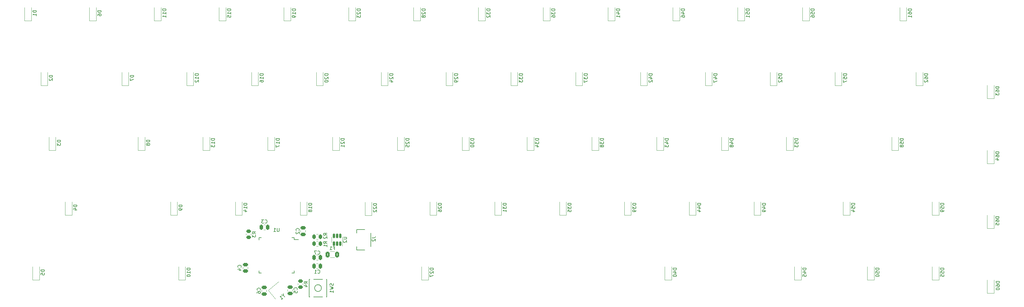
<source format=gbr>
%TF.GenerationSoftware,KiCad,Pcbnew,(6.0.1)*%
%TF.CreationDate,2022-06-09T19:08:29-07:00*%
%TF.ProjectId,artemis-65,61727465-6d69-4732-9d36-352e6b696361,rev?*%
%TF.SameCoordinates,Original*%
%TF.FileFunction,Legend,Bot*%
%TF.FilePolarity,Positive*%
%FSLAX46Y46*%
G04 Gerber Fmt 4.6, Leading zero omitted, Abs format (unit mm)*
G04 Created by KiCad (PCBNEW (6.0.1)) date 2022-06-09 19:08:29*
%MOMM*%
%LPD*%
G01*
G04 APERTURE LIST*
G04 Aperture macros list*
%AMRoundRect*
0 Rectangle with rounded corners*
0 $1 Rounding radius*
0 $2 $3 $4 $5 $6 $7 $8 $9 X,Y pos of 4 corners*
0 Add a 4 corners polygon primitive as box body*
4,1,4,$2,$3,$4,$5,$6,$7,$8,$9,$2,$3,0*
0 Add four circle primitives for the rounded corners*
1,1,$1+$1,$2,$3*
1,1,$1+$1,$4,$5*
1,1,$1+$1,$6,$7*
1,1,$1+$1,$8,$9*
0 Add four rect primitives between the rounded corners*
20,1,$1+$1,$2,$3,$4,$5,0*
20,1,$1+$1,$4,$5,$6,$7,0*
20,1,$1+$1,$6,$7,$8,$9,0*
20,1,$1+$1,$8,$9,$2,$3,0*%
%AMHorizOval*
0 Thick line with rounded ends*
0 $1 width*
0 $2 $3 position (X,Y) of the first rounded end (center of the circle)*
0 $4 $5 position (X,Y) of the second rounded end (center of the circle)*
0 Add line between two ends*
20,1,$1,$2,$3,$4,$5,0*
0 Add two circle primitives to create the rounded ends*
1,1,$1,$2,$3*
1,1,$1,$4,$5*%
%AMRotRect*
0 Rectangle, with rotation*
0 The origin of the aperture is its center*
0 $1 length*
0 $2 width*
0 $3 Rotation angle, in degrees counterclockwise*
0 Add horizontal line*
21,1,$1,$2,0,0,$3*%
G04 Aperture macros list end*
%ADD10C,0.150000*%
%ADD11C,0.120000*%
%ADD12C,3.987800*%
%ADD13C,1.750000*%
%ADD14HorizOval,2.250000X0.655001X0.730000X-0.655001X-0.730000X0*%
%ADD15C,2.250000*%
%ADD16HorizOval,2.250000X0.020000X0.290000X-0.020000X-0.290000X0*%
%ADD17C,3.048000*%
%ADD18C,1.700000*%
%ADD19R,1.700000X1.700000*%
%ADD20R,1.200000X0.900000*%
%ADD21RoundRect,0.250000X0.475000X-0.250000X0.475000X0.250000X-0.475000X0.250000X-0.475000X-0.250000X0*%
%ADD22RoundRect,0.250000X0.450000X-0.262500X0.450000X0.262500X-0.450000X0.262500X-0.450000X-0.262500X0*%
%ADD23R,1.100000X1.800000*%
%ADD24RoundRect,0.150000X0.150000X-0.512500X0.150000X0.512500X-0.150000X0.512500X-0.150000X-0.512500X0*%
%ADD25R,1.500000X0.550000*%
%ADD26R,0.550000X1.500000*%
%ADD27RotRect,1.400000X1.200000X40.000000*%
%ADD28RoundRect,0.250000X0.250000X0.475000X-0.250000X0.475000X-0.250000X-0.475000X0.250000X-0.475000X0*%
%ADD29RoundRect,0.250000X0.262500X0.450000X-0.262500X0.450000X-0.262500X-0.450000X0.262500X-0.450000X0*%
%ADD30RoundRect,0.250000X0.375000X0.625000X-0.375000X0.625000X-0.375000X-0.625000X0.375000X-0.625000X0*%
%ADD31RoundRect,0.250000X-0.250000X-0.475000X0.250000X-0.475000X0.250000X0.475000X-0.250000X0.475000X0*%
%ADD32RoundRect,0.250000X-0.475000X0.250000X-0.475000X-0.250000X0.475000X-0.250000X0.475000X0.250000X0*%
%ADD33R,1.800000X1.200000*%
%ADD34R,1.550000X0.600000*%
G04 APERTURE END LIST*
D10*
%TO.C,D62*%
X282646130Y-44029464D02*
X281646130Y-44029464D01*
X281646130Y-44267559D01*
X281693750Y-44410416D01*
X281788988Y-44505654D01*
X281884226Y-44553273D01*
X282074702Y-44600892D01*
X282217559Y-44600892D01*
X282408035Y-44553273D01*
X282503273Y-44505654D01*
X282598511Y-44410416D01*
X282646130Y-44267559D01*
X282646130Y-44029464D01*
X281646130Y-45458035D02*
X281646130Y-45267559D01*
X281693750Y-45172321D01*
X281741369Y-45124702D01*
X281884226Y-45029464D01*
X282074702Y-44981845D01*
X282455654Y-44981845D01*
X282550892Y-45029464D01*
X282598511Y-45077083D01*
X282646130Y-45172321D01*
X282646130Y-45362797D01*
X282598511Y-45458035D01*
X282550892Y-45505654D01*
X282455654Y-45553273D01*
X282217559Y-45553273D01*
X282122321Y-45505654D01*
X282074702Y-45458035D01*
X282027083Y-45362797D01*
X282027083Y-45172321D01*
X282074702Y-45077083D01*
X282122321Y-45029464D01*
X282217559Y-44981845D01*
X281741369Y-45934226D02*
X281693750Y-45981845D01*
X281646130Y-46077083D01*
X281646130Y-46315178D01*
X281693750Y-46410416D01*
X281741369Y-46458035D01*
X281836607Y-46505654D01*
X281931845Y-46505654D01*
X282074702Y-46458035D01*
X282646130Y-45886607D01*
X282646130Y-46505654D01*
%TO.C,D20*%
X106433630Y-44029464D02*
X105433630Y-44029464D01*
X105433630Y-44267559D01*
X105481250Y-44410416D01*
X105576488Y-44505654D01*
X105671726Y-44553273D01*
X105862202Y-44600892D01*
X106005059Y-44600892D01*
X106195535Y-44553273D01*
X106290773Y-44505654D01*
X106386011Y-44410416D01*
X106433630Y-44267559D01*
X106433630Y-44029464D01*
X105528869Y-44981845D02*
X105481250Y-45029464D01*
X105433630Y-45124702D01*
X105433630Y-45362797D01*
X105481250Y-45458035D01*
X105528869Y-45505654D01*
X105624107Y-45553273D01*
X105719345Y-45553273D01*
X105862202Y-45505654D01*
X106433630Y-44934226D01*
X106433630Y-45553273D01*
X105433630Y-46172321D02*
X105433630Y-46267559D01*
X105481250Y-46362797D01*
X105528869Y-46410416D01*
X105624107Y-46458035D01*
X105814583Y-46505654D01*
X106052678Y-46505654D01*
X106243154Y-46458035D01*
X106338392Y-46410416D01*
X106386011Y-46362797D01*
X106433630Y-46267559D01*
X106433630Y-46172321D01*
X106386011Y-46077083D01*
X106338392Y-46029464D01*
X106243154Y-45981845D01*
X106052678Y-45934226D01*
X105814583Y-45934226D01*
X105624107Y-45981845D01*
X105528869Y-46029464D01*
X105481250Y-46077083D01*
X105433630Y-46172321D01*
%TO.C,D17*%
X92146130Y-63079464D02*
X91146130Y-63079464D01*
X91146130Y-63317559D01*
X91193750Y-63460416D01*
X91288988Y-63555654D01*
X91384226Y-63603273D01*
X91574702Y-63650892D01*
X91717559Y-63650892D01*
X91908035Y-63603273D01*
X92003273Y-63555654D01*
X92098511Y-63460416D01*
X92146130Y-63317559D01*
X92146130Y-63079464D01*
X92146130Y-64603273D02*
X92146130Y-64031845D01*
X92146130Y-64317559D02*
X91146130Y-64317559D01*
X91288988Y-64222321D01*
X91384226Y-64127083D01*
X91431845Y-64031845D01*
X91146130Y-64936607D02*
X91146130Y-65603273D01*
X92146130Y-65174702D01*
%TO.C,D5*%
X23089880Y-101655654D02*
X22089880Y-101655654D01*
X22089880Y-101893750D01*
X22137500Y-102036607D01*
X22232738Y-102131845D01*
X22327976Y-102179464D01*
X22518452Y-102227083D01*
X22661309Y-102227083D01*
X22851785Y-102179464D01*
X22947023Y-102131845D01*
X23042261Y-102036607D01*
X23089880Y-101893750D01*
X23089880Y-101655654D01*
X22089880Y-103131845D02*
X22089880Y-102655654D01*
X22566071Y-102608035D01*
X22518452Y-102655654D01*
X22470833Y-102750892D01*
X22470833Y-102988988D01*
X22518452Y-103084226D01*
X22566071Y-103131845D01*
X22661309Y-103179464D01*
X22899404Y-103179464D01*
X22994642Y-103131845D01*
X23042261Y-103084226D01*
X23089880Y-102988988D01*
X23089880Y-102750892D01*
X23042261Y-102655654D01*
X22994642Y-102608035D01*
%TO.C,D55*%
X287408630Y-101179464D02*
X286408630Y-101179464D01*
X286408630Y-101417559D01*
X286456250Y-101560416D01*
X286551488Y-101655654D01*
X286646726Y-101703273D01*
X286837202Y-101750892D01*
X286980059Y-101750892D01*
X287170535Y-101703273D01*
X287265773Y-101655654D01*
X287361011Y-101560416D01*
X287408630Y-101417559D01*
X287408630Y-101179464D01*
X286408630Y-102655654D02*
X286408630Y-102179464D01*
X286884821Y-102131845D01*
X286837202Y-102179464D01*
X286789583Y-102274702D01*
X286789583Y-102512797D01*
X286837202Y-102608035D01*
X286884821Y-102655654D01*
X286980059Y-102703273D01*
X287218154Y-102703273D01*
X287313392Y-102655654D01*
X287361011Y-102608035D01*
X287408630Y-102512797D01*
X287408630Y-102274702D01*
X287361011Y-102179464D01*
X287313392Y-102131845D01*
X286408630Y-103608035D02*
X286408630Y-103131845D01*
X286884821Y-103084226D01*
X286837202Y-103131845D01*
X286789583Y-103227083D01*
X286789583Y-103465178D01*
X286837202Y-103560416D01*
X286884821Y-103608035D01*
X286980059Y-103655654D01*
X287218154Y-103655654D01*
X287313392Y-103608035D01*
X287361011Y-103560416D01*
X287408630Y-103465178D01*
X287408630Y-103227083D01*
X287361011Y-103131845D01*
X287313392Y-103084226D01*
%TO.C,D27*%
X137389880Y-101179464D02*
X136389880Y-101179464D01*
X136389880Y-101417559D01*
X136437500Y-101560416D01*
X136532738Y-101655654D01*
X136627976Y-101703273D01*
X136818452Y-101750892D01*
X136961309Y-101750892D01*
X137151785Y-101703273D01*
X137247023Y-101655654D01*
X137342261Y-101560416D01*
X137389880Y-101417559D01*
X137389880Y-101179464D01*
X136485119Y-102131845D02*
X136437500Y-102179464D01*
X136389880Y-102274702D01*
X136389880Y-102512797D01*
X136437500Y-102608035D01*
X136485119Y-102655654D01*
X136580357Y-102703273D01*
X136675595Y-102703273D01*
X136818452Y-102655654D01*
X137389880Y-102084226D01*
X137389880Y-102703273D01*
X136389880Y-103036607D02*
X136389880Y-103703273D01*
X137389880Y-103274702D01*
%TO.C,C2*%
X97893142Y-90130333D02*
X97940761Y-90082714D01*
X97988380Y-89939857D01*
X97988380Y-89844619D01*
X97940761Y-89701761D01*
X97845523Y-89606523D01*
X97750285Y-89558904D01*
X97559809Y-89511285D01*
X97416952Y-89511285D01*
X97226476Y-89558904D01*
X97131238Y-89606523D01*
X97036000Y-89701761D01*
X96988380Y-89844619D01*
X96988380Y-89939857D01*
X97036000Y-90082714D01*
X97083619Y-90130333D01*
X97083619Y-90511285D02*
X97036000Y-90558904D01*
X96988380Y-90654142D01*
X96988380Y-90892238D01*
X97036000Y-90987476D01*
X97083619Y-91035095D01*
X97178857Y-91082714D01*
X97274095Y-91082714D01*
X97416952Y-91035095D01*
X97988380Y-90463666D01*
X97988380Y-91082714D01*
%TO.C,D11*%
X58808630Y-24979464D02*
X57808630Y-24979464D01*
X57808630Y-25217559D01*
X57856250Y-25360416D01*
X57951488Y-25455654D01*
X58046726Y-25503273D01*
X58237202Y-25550892D01*
X58380059Y-25550892D01*
X58570535Y-25503273D01*
X58665773Y-25455654D01*
X58761011Y-25360416D01*
X58808630Y-25217559D01*
X58808630Y-24979464D01*
X58808630Y-26503273D02*
X58808630Y-25931845D01*
X58808630Y-26217559D02*
X57808630Y-26217559D01*
X57951488Y-26122321D01*
X58046726Y-26027083D01*
X58094345Y-25931845D01*
X58808630Y-27455654D02*
X58808630Y-26884226D01*
X58808630Y-27169940D02*
X57808630Y-27169940D01*
X57951488Y-27074702D01*
X58046726Y-26979464D01*
X58094345Y-26884226D01*
%TO.C,D31*%
X158821130Y-82129464D02*
X157821130Y-82129464D01*
X157821130Y-82367559D01*
X157868750Y-82510416D01*
X157963988Y-82605654D01*
X158059226Y-82653273D01*
X158249702Y-82700892D01*
X158392559Y-82700892D01*
X158583035Y-82653273D01*
X158678273Y-82605654D01*
X158773511Y-82510416D01*
X158821130Y-82367559D01*
X158821130Y-82129464D01*
X157821130Y-83034226D02*
X157821130Y-83653273D01*
X158202083Y-83319940D01*
X158202083Y-83462797D01*
X158249702Y-83558035D01*
X158297321Y-83605654D01*
X158392559Y-83653273D01*
X158630654Y-83653273D01*
X158725892Y-83605654D01*
X158773511Y-83558035D01*
X158821130Y-83462797D01*
X158821130Y-83177083D01*
X158773511Y-83081845D01*
X158725892Y-83034226D01*
X158821130Y-84605654D02*
X158821130Y-84034226D01*
X158821130Y-84319940D02*
X157821130Y-84319940D01*
X157963988Y-84224702D01*
X158059226Y-84129464D01*
X158106845Y-84034226D01*
%TO.C,D16*%
X87383630Y-44029464D02*
X86383630Y-44029464D01*
X86383630Y-44267559D01*
X86431250Y-44410416D01*
X86526488Y-44505654D01*
X86621726Y-44553273D01*
X86812202Y-44600892D01*
X86955059Y-44600892D01*
X87145535Y-44553273D01*
X87240773Y-44505654D01*
X87336011Y-44410416D01*
X87383630Y-44267559D01*
X87383630Y-44029464D01*
X87383630Y-45553273D02*
X87383630Y-44981845D01*
X87383630Y-45267559D02*
X86383630Y-45267559D01*
X86526488Y-45172321D01*
X86621726Y-45077083D01*
X86669345Y-44981845D01*
X86383630Y-46410416D02*
X86383630Y-46219940D01*
X86431250Y-46124702D01*
X86478869Y-46077083D01*
X86621726Y-45981845D01*
X86812202Y-45934226D01*
X87193154Y-45934226D01*
X87288392Y-45981845D01*
X87336011Y-46029464D01*
X87383630Y-46124702D01*
X87383630Y-46315178D01*
X87336011Y-46410416D01*
X87288392Y-46458035D01*
X87193154Y-46505654D01*
X86955059Y-46505654D01*
X86859821Y-46458035D01*
X86812202Y-46410416D01*
X86764583Y-46315178D01*
X86764583Y-46124702D01*
X86812202Y-46029464D01*
X86859821Y-45981845D01*
X86955059Y-45934226D01*
%TO.C,R4*%
X100400380Y-105700533D02*
X99924190Y-105367200D01*
X100400380Y-105129104D02*
X99400380Y-105129104D01*
X99400380Y-105510057D01*
X99448000Y-105605295D01*
X99495619Y-105652914D01*
X99590857Y-105700533D01*
X99733714Y-105700533D01*
X99828952Y-105652914D01*
X99876571Y-105605295D01*
X99924190Y-105510057D01*
X99924190Y-105129104D01*
X99733714Y-106557676D02*
X100400380Y-106557676D01*
X99352761Y-106319580D02*
X100067047Y-106081485D01*
X100067047Y-106700533D01*
%TO.C,D3*%
X27852380Y-63555654D02*
X26852380Y-63555654D01*
X26852380Y-63793750D01*
X26900000Y-63936607D01*
X26995238Y-64031845D01*
X27090476Y-64079464D01*
X27280952Y-64127083D01*
X27423809Y-64127083D01*
X27614285Y-64079464D01*
X27709523Y-64031845D01*
X27804761Y-63936607D01*
X27852380Y-63793750D01*
X27852380Y-63555654D01*
X26852380Y-64460416D02*
X26852380Y-65079464D01*
X27233333Y-64746130D01*
X27233333Y-64888988D01*
X27280952Y-64984226D01*
X27328571Y-65031845D01*
X27423809Y-65079464D01*
X27661904Y-65079464D01*
X27757142Y-65031845D01*
X27804761Y-64984226D01*
X27852380Y-64888988D01*
X27852380Y-64603273D01*
X27804761Y-64508035D01*
X27757142Y-64460416D01*
%TO.C,D46*%
X211208630Y-24979464D02*
X210208630Y-24979464D01*
X210208630Y-25217559D01*
X210256250Y-25360416D01*
X210351488Y-25455654D01*
X210446726Y-25503273D01*
X210637202Y-25550892D01*
X210780059Y-25550892D01*
X210970535Y-25503273D01*
X211065773Y-25455654D01*
X211161011Y-25360416D01*
X211208630Y-25217559D01*
X211208630Y-24979464D01*
X210541964Y-26408035D02*
X211208630Y-26408035D01*
X210161011Y-26169940D02*
X210875297Y-25931845D01*
X210875297Y-26550892D01*
X210208630Y-27360416D02*
X210208630Y-27169940D01*
X210256250Y-27074702D01*
X210303869Y-27027083D01*
X210446726Y-26931845D01*
X210637202Y-26884226D01*
X211018154Y-26884226D01*
X211113392Y-26931845D01*
X211161011Y-26979464D01*
X211208630Y-27074702D01*
X211208630Y-27265178D01*
X211161011Y-27360416D01*
X211113392Y-27408035D01*
X211018154Y-27455654D01*
X210780059Y-27455654D01*
X210684821Y-27408035D01*
X210637202Y-27360416D01*
X210589583Y-27265178D01*
X210589583Y-27074702D01*
X210637202Y-26979464D01*
X210684821Y-26931845D01*
X210780059Y-26884226D01*
%TO.C,SW1*%
X107948361Y-105702266D02*
X107995980Y-105845123D01*
X107995980Y-106083219D01*
X107948361Y-106178457D01*
X107900742Y-106226076D01*
X107805504Y-106273695D01*
X107710266Y-106273695D01*
X107615028Y-106226076D01*
X107567409Y-106178457D01*
X107519790Y-106083219D01*
X107472171Y-105892742D01*
X107424552Y-105797504D01*
X107376933Y-105749885D01*
X107281695Y-105702266D01*
X107186457Y-105702266D01*
X107091219Y-105749885D01*
X107043600Y-105797504D01*
X106995980Y-105892742D01*
X106995980Y-106130838D01*
X107043600Y-106273695D01*
X106995980Y-106607028D02*
X107995980Y-106845123D01*
X107281695Y-107035600D01*
X107995980Y-107226076D01*
X106995980Y-107464171D01*
X107995980Y-108368933D02*
X107995980Y-107797504D01*
X107995980Y-108083219D02*
X106995980Y-108083219D01*
X107138838Y-107987980D01*
X107234076Y-107892742D01*
X107281695Y-107797504D01*
%TO.C,D35*%
X177871130Y-82129464D02*
X176871130Y-82129464D01*
X176871130Y-82367559D01*
X176918750Y-82510416D01*
X177013988Y-82605654D01*
X177109226Y-82653273D01*
X177299702Y-82700892D01*
X177442559Y-82700892D01*
X177633035Y-82653273D01*
X177728273Y-82605654D01*
X177823511Y-82510416D01*
X177871130Y-82367559D01*
X177871130Y-82129464D01*
X176871130Y-83034226D02*
X176871130Y-83653273D01*
X177252083Y-83319940D01*
X177252083Y-83462797D01*
X177299702Y-83558035D01*
X177347321Y-83605654D01*
X177442559Y-83653273D01*
X177680654Y-83653273D01*
X177775892Y-83605654D01*
X177823511Y-83558035D01*
X177871130Y-83462797D01*
X177871130Y-83177083D01*
X177823511Y-83081845D01*
X177775892Y-83034226D01*
X176871130Y-84558035D02*
X176871130Y-84081845D01*
X177347321Y-84034226D01*
X177299702Y-84081845D01*
X177252083Y-84177083D01*
X177252083Y-84415178D01*
X177299702Y-84510416D01*
X177347321Y-84558035D01*
X177442559Y-84605654D01*
X177680654Y-84605654D01*
X177775892Y-84558035D01*
X177823511Y-84510416D01*
X177871130Y-84415178D01*
X177871130Y-84177083D01*
X177823511Y-84081845D01*
X177775892Y-84034226D01*
%TO.C,C5*%
X97287142Y-107529333D02*
X97334761Y-107481714D01*
X97382380Y-107338857D01*
X97382380Y-107243619D01*
X97334761Y-107100761D01*
X97239523Y-107005523D01*
X97144285Y-106957904D01*
X96953809Y-106910285D01*
X96810952Y-106910285D01*
X96620476Y-106957904D01*
X96525238Y-107005523D01*
X96430000Y-107100761D01*
X96382380Y-107243619D01*
X96382380Y-107338857D01*
X96430000Y-107481714D01*
X96477619Y-107529333D01*
X96382380Y-108434095D02*
X96382380Y-107957904D01*
X96858571Y-107910285D01*
X96810952Y-107957904D01*
X96763333Y-108053142D01*
X96763333Y-108291238D01*
X96810952Y-108386476D01*
X96858571Y-108434095D01*
X96953809Y-108481714D01*
X97191904Y-108481714D01*
X97287142Y-108434095D01*
X97334761Y-108386476D01*
X97382380Y-108291238D01*
X97382380Y-108053142D01*
X97334761Y-107957904D01*
X97287142Y-107910285D01*
%TO.C,U2*%
X110919980Y-92075095D02*
X111729504Y-92075095D01*
X111824742Y-92122714D01*
X111872361Y-92170333D01*
X111919980Y-92265571D01*
X111919980Y-92456047D01*
X111872361Y-92551285D01*
X111824742Y-92598904D01*
X111729504Y-92646523D01*
X110919980Y-92646523D01*
X111015219Y-93075095D02*
X110967600Y-93122714D01*
X110919980Y-93217952D01*
X110919980Y-93456047D01*
X110967600Y-93551285D01*
X111015219Y-93598904D01*
X111110457Y-93646523D01*
X111205695Y-93646523D01*
X111348552Y-93598904D01*
X111919980Y-93027476D01*
X111919980Y-93646523D01*
%TO.C,D50*%
X268358630Y-101179464D02*
X267358630Y-101179464D01*
X267358630Y-101417559D01*
X267406250Y-101560416D01*
X267501488Y-101655654D01*
X267596726Y-101703273D01*
X267787202Y-101750892D01*
X267930059Y-101750892D01*
X268120535Y-101703273D01*
X268215773Y-101655654D01*
X268311011Y-101560416D01*
X268358630Y-101417559D01*
X268358630Y-101179464D01*
X267358630Y-102655654D02*
X267358630Y-102179464D01*
X267834821Y-102131845D01*
X267787202Y-102179464D01*
X267739583Y-102274702D01*
X267739583Y-102512797D01*
X267787202Y-102608035D01*
X267834821Y-102655654D01*
X267930059Y-102703273D01*
X268168154Y-102703273D01*
X268263392Y-102655654D01*
X268311011Y-102608035D01*
X268358630Y-102512797D01*
X268358630Y-102274702D01*
X268311011Y-102179464D01*
X268263392Y-102131845D01*
X267358630Y-103322321D02*
X267358630Y-103417559D01*
X267406250Y-103512797D01*
X267453869Y-103560416D01*
X267549107Y-103608035D01*
X267739583Y-103655654D01*
X267977678Y-103655654D01*
X268168154Y-103608035D01*
X268263392Y-103560416D01*
X268311011Y-103512797D01*
X268358630Y-103417559D01*
X268358630Y-103322321D01*
X268311011Y-103227083D01*
X268263392Y-103179464D01*
X268168154Y-103131845D01*
X267977678Y-103084226D01*
X267739583Y-103084226D01*
X267549107Y-103131845D01*
X267453869Y-103179464D01*
X267406250Y-103227083D01*
X267358630Y-103322321D01*
%TO.C,D52*%
X239783630Y-44029464D02*
X238783630Y-44029464D01*
X238783630Y-44267559D01*
X238831250Y-44410416D01*
X238926488Y-44505654D01*
X239021726Y-44553273D01*
X239212202Y-44600892D01*
X239355059Y-44600892D01*
X239545535Y-44553273D01*
X239640773Y-44505654D01*
X239736011Y-44410416D01*
X239783630Y-44267559D01*
X239783630Y-44029464D01*
X238783630Y-45505654D02*
X238783630Y-45029464D01*
X239259821Y-44981845D01*
X239212202Y-45029464D01*
X239164583Y-45124702D01*
X239164583Y-45362797D01*
X239212202Y-45458035D01*
X239259821Y-45505654D01*
X239355059Y-45553273D01*
X239593154Y-45553273D01*
X239688392Y-45505654D01*
X239736011Y-45458035D01*
X239783630Y-45362797D01*
X239783630Y-45124702D01*
X239736011Y-45029464D01*
X239688392Y-44981845D01*
X238878869Y-45934226D02*
X238831250Y-45981845D01*
X238783630Y-46077083D01*
X238783630Y-46315178D01*
X238831250Y-46410416D01*
X238878869Y-46458035D01*
X238974107Y-46505654D01*
X239069345Y-46505654D01*
X239212202Y-46458035D01*
X239783630Y-45886607D01*
X239783630Y-46505654D01*
%TO.C,D23*%
X115958630Y-24979464D02*
X114958630Y-24979464D01*
X114958630Y-25217559D01*
X115006250Y-25360416D01*
X115101488Y-25455654D01*
X115196726Y-25503273D01*
X115387202Y-25550892D01*
X115530059Y-25550892D01*
X115720535Y-25503273D01*
X115815773Y-25455654D01*
X115911011Y-25360416D01*
X115958630Y-25217559D01*
X115958630Y-24979464D01*
X115053869Y-25931845D02*
X115006250Y-25979464D01*
X114958630Y-26074702D01*
X114958630Y-26312797D01*
X115006250Y-26408035D01*
X115053869Y-26455654D01*
X115149107Y-26503273D01*
X115244345Y-26503273D01*
X115387202Y-26455654D01*
X115958630Y-25884226D01*
X115958630Y-26503273D01*
X114958630Y-26836607D02*
X114958630Y-27455654D01*
X115339583Y-27122321D01*
X115339583Y-27265178D01*
X115387202Y-27360416D01*
X115434821Y-27408035D01*
X115530059Y-27455654D01*
X115768154Y-27455654D01*
X115863392Y-27408035D01*
X115911011Y-27360416D01*
X115958630Y-27265178D01*
X115958630Y-26979464D01*
X115911011Y-26884226D01*
X115863392Y-26836607D01*
%TO.C,D49*%
X235021130Y-82129464D02*
X234021130Y-82129464D01*
X234021130Y-82367559D01*
X234068750Y-82510416D01*
X234163988Y-82605654D01*
X234259226Y-82653273D01*
X234449702Y-82700892D01*
X234592559Y-82700892D01*
X234783035Y-82653273D01*
X234878273Y-82605654D01*
X234973511Y-82510416D01*
X235021130Y-82367559D01*
X235021130Y-82129464D01*
X234354464Y-83558035D02*
X235021130Y-83558035D01*
X233973511Y-83319940D02*
X234687797Y-83081845D01*
X234687797Y-83700892D01*
X235021130Y-84129464D02*
X235021130Y-84319940D01*
X234973511Y-84415178D01*
X234925892Y-84462797D01*
X234783035Y-84558035D01*
X234592559Y-84605654D01*
X234211607Y-84605654D01*
X234116369Y-84558035D01*
X234068750Y-84510416D01*
X234021130Y-84415178D01*
X234021130Y-84224702D01*
X234068750Y-84129464D01*
X234116369Y-84081845D01*
X234211607Y-84034226D01*
X234449702Y-84034226D01*
X234544940Y-84081845D01*
X234592559Y-84129464D01*
X234640178Y-84224702D01*
X234640178Y-84415178D01*
X234592559Y-84510416D01*
X234544940Y-84558035D01*
X234449702Y-84605654D01*
%TO.C,D54*%
X261214880Y-82129464D02*
X260214880Y-82129464D01*
X260214880Y-82367559D01*
X260262500Y-82510416D01*
X260357738Y-82605654D01*
X260452976Y-82653273D01*
X260643452Y-82700892D01*
X260786309Y-82700892D01*
X260976785Y-82653273D01*
X261072023Y-82605654D01*
X261167261Y-82510416D01*
X261214880Y-82367559D01*
X261214880Y-82129464D01*
X260214880Y-83605654D02*
X260214880Y-83129464D01*
X260691071Y-83081845D01*
X260643452Y-83129464D01*
X260595833Y-83224702D01*
X260595833Y-83462797D01*
X260643452Y-83558035D01*
X260691071Y-83605654D01*
X260786309Y-83653273D01*
X261024404Y-83653273D01*
X261119642Y-83605654D01*
X261167261Y-83558035D01*
X261214880Y-83462797D01*
X261214880Y-83224702D01*
X261167261Y-83129464D01*
X261119642Y-83081845D01*
X260548214Y-84510416D02*
X261214880Y-84510416D01*
X260167261Y-84272321D02*
X260881547Y-84034226D01*
X260881547Y-84653273D01*
%TO.C,D29*%
X144533630Y-44029464D02*
X143533630Y-44029464D01*
X143533630Y-44267559D01*
X143581250Y-44410416D01*
X143676488Y-44505654D01*
X143771726Y-44553273D01*
X143962202Y-44600892D01*
X144105059Y-44600892D01*
X144295535Y-44553273D01*
X144390773Y-44505654D01*
X144486011Y-44410416D01*
X144533630Y-44267559D01*
X144533630Y-44029464D01*
X143628869Y-44981845D02*
X143581250Y-45029464D01*
X143533630Y-45124702D01*
X143533630Y-45362797D01*
X143581250Y-45458035D01*
X143628869Y-45505654D01*
X143724107Y-45553273D01*
X143819345Y-45553273D01*
X143962202Y-45505654D01*
X144533630Y-44934226D01*
X144533630Y-45553273D01*
X144533630Y-46029464D02*
X144533630Y-46219940D01*
X144486011Y-46315178D01*
X144438392Y-46362797D01*
X144295535Y-46458035D01*
X144105059Y-46505654D01*
X143724107Y-46505654D01*
X143628869Y-46458035D01*
X143581250Y-46410416D01*
X143533630Y-46315178D01*
X143533630Y-46124702D01*
X143581250Y-46029464D01*
X143628869Y-45981845D01*
X143724107Y-45934226D01*
X143962202Y-45934226D01*
X144057440Y-45981845D01*
X144105059Y-46029464D01*
X144152678Y-46124702D01*
X144152678Y-46315178D01*
X144105059Y-46410416D01*
X144057440Y-46458035D01*
X143962202Y-46505654D01*
%TO.C,D9*%
X63571130Y-82605654D02*
X62571130Y-82605654D01*
X62571130Y-82843750D01*
X62618750Y-82986607D01*
X62713988Y-83081845D01*
X62809226Y-83129464D01*
X62999702Y-83177083D01*
X63142559Y-83177083D01*
X63333035Y-83129464D01*
X63428273Y-83081845D01*
X63523511Y-82986607D01*
X63571130Y-82843750D01*
X63571130Y-82605654D01*
X63571130Y-83653273D02*
X63571130Y-83843750D01*
X63523511Y-83938988D01*
X63475892Y-83986607D01*
X63333035Y-84081845D01*
X63142559Y-84129464D01*
X62761607Y-84129464D01*
X62666369Y-84081845D01*
X62618750Y-84034226D01*
X62571130Y-83938988D01*
X62571130Y-83748511D01*
X62618750Y-83653273D01*
X62666369Y-83605654D01*
X62761607Y-83558035D01*
X62999702Y-83558035D01*
X63094940Y-83605654D01*
X63142559Y-83653273D01*
X63190178Y-83748511D01*
X63190178Y-83938988D01*
X63142559Y-84034226D01*
X63094940Y-84081845D01*
X62999702Y-84129464D01*
%TO.C,D57*%
X258833630Y-44029464D02*
X257833630Y-44029464D01*
X257833630Y-44267559D01*
X257881250Y-44410416D01*
X257976488Y-44505654D01*
X258071726Y-44553273D01*
X258262202Y-44600892D01*
X258405059Y-44600892D01*
X258595535Y-44553273D01*
X258690773Y-44505654D01*
X258786011Y-44410416D01*
X258833630Y-44267559D01*
X258833630Y-44029464D01*
X257833630Y-45505654D02*
X257833630Y-45029464D01*
X258309821Y-44981845D01*
X258262202Y-45029464D01*
X258214583Y-45124702D01*
X258214583Y-45362797D01*
X258262202Y-45458035D01*
X258309821Y-45505654D01*
X258405059Y-45553273D01*
X258643154Y-45553273D01*
X258738392Y-45505654D01*
X258786011Y-45458035D01*
X258833630Y-45362797D01*
X258833630Y-45124702D01*
X258786011Y-45029464D01*
X258738392Y-44981845D01*
X257833630Y-45886607D02*
X257833630Y-46553273D01*
X258833630Y-46124702D01*
%TO.C,U1*%
X92043154Y-89411380D02*
X92043154Y-90220904D01*
X91995535Y-90316142D01*
X91947916Y-90363761D01*
X91852678Y-90411380D01*
X91662202Y-90411380D01*
X91566964Y-90363761D01*
X91519345Y-90316142D01*
X91471726Y-90220904D01*
X91471726Y-89411380D01*
X90471726Y-90411380D02*
X91043154Y-90411380D01*
X90757440Y-90411380D02*
X90757440Y-89411380D01*
X90852678Y-89554238D01*
X90947916Y-89649476D01*
X91043154Y-89697095D01*
%TO.C,D34*%
X168346130Y-63079464D02*
X167346130Y-63079464D01*
X167346130Y-63317559D01*
X167393750Y-63460416D01*
X167488988Y-63555654D01*
X167584226Y-63603273D01*
X167774702Y-63650892D01*
X167917559Y-63650892D01*
X168108035Y-63603273D01*
X168203273Y-63555654D01*
X168298511Y-63460416D01*
X168346130Y-63317559D01*
X168346130Y-63079464D01*
X167346130Y-63984226D02*
X167346130Y-64603273D01*
X167727083Y-64269940D01*
X167727083Y-64412797D01*
X167774702Y-64508035D01*
X167822321Y-64555654D01*
X167917559Y-64603273D01*
X168155654Y-64603273D01*
X168250892Y-64555654D01*
X168298511Y-64508035D01*
X168346130Y-64412797D01*
X168346130Y-64127083D01*
X168298511Y-64031845D01*
X168250892Y-63984226D01*
X167679464Y-65460416D02*
X168346130Y-65460416D01*
X167298511Y-65222321D02*
X168012797Y-64984226D01*
X168012797Y-65603273D01*
%TO.C,D32*%
X154058630Y-24979464D02*
X153058630Y-24979464D01*
X153058630Y-25217559D01*
X153106250Y-25360416D01*
X153201488Y-25455654D01*
X153296726Y-25503273D01*
X153487202Y-25550892D01*
X153630059Y-25550892D01*
X153820535Y-25503273D01*
X153915773Y-25455654D01*
X154011011Y-25360416D01*
X154058630Y-25217559D01*
X154058630Y-24979464D01*
X153058630Y-25884226D02*
X153058630Y-26503273D01*
X153439583Y-26169940D01*
X153439583Y-26312797D01*
X153487202Y-26408035D01*
X153534821Y-26455654D01*
X153630059Y-26503273D01*
X153868154Y-26503273D01*
X153963392Y-26455654D01*
X154011011Y-26408035D01*
X154058630Y-26312797D01*
X154058630Y-26027083D01*
X154011011Y-25931845D01*
X153963392Y-25884226D01*
X153153869Y-26884226D02*
X153106250Y-26931845D01*
X153058630Y-27027083D01*
X153058630Y-27265178D01*
X153106250Y-27360416D01*
X153153869Y-27408035D01*
X153249107Y-27455654D01*
X153344345Y-27455654D01*
X153487202Y-27408035D01*
X154058630Y-26836607D01*
X154058630Y-27455654D01*
%TO.C,D41*%
X192158630Y-24979464D02*
X191158630Y-24979464D01*
X191158630Y-25217559D01*
X191206250Y-25360416D01*
X191301488Y-25455654D01*
X191396726Y-25503273D01*
X191587202Y-25550892D01*
X191730059Y-25550892D01*
X191920535Y-25503273D01*
X192015773Y-25455654D01*
X192111011Y-25360416D01*
X192158630Y-25217559D01*
X192158630Y-24979464D01*
X191491964Y-26408035D02*
X192158630Y-26408035D01*
X191111011Y-26169940D02*
X191825297Y-25931845D01*
X191825297Y-26550892D01*
X192158630Y-27455654D02*
X192158630Y-26884226D01*
X192158630Y-27169940D02*
X191158630Y-27169940D01*
X191301488Y-27074702D01*
X191396726Y-26979464D01*
X191444345Y-26884226D01*
%TO.C,D24*%
X125483630Y-44029464D02*
X124483630Y-44029464D01*
X124483630Y-44267559D01*
X124531250Y-44410416D01*
X124626488Y-44505654D01*
X124721726Y-44553273D01*
X124912202Y-44600892D01*
X125055059Y-44600892D01*
X125245535Y-44553273D01*
X125340773Y-44505654D01*
X125436011Y-44410416D01*
X125483630Y-44267559D01*
X125483630Y-44029464D01*
X124578869Y-44981845D02*
X124531250Y-45029464D01*
X124483630Y-45124702D01*
X124483630Y-45362797D01*
X124531250Y-45458035D01*
X124578869Y-45505654D01*
X124674107Y-45553273D01*
X124769345Y-45553273D01*
X124912202Y-45505654D01*
X125483630Y-44934226D01*
X125483630Y-45553273D01*
X124816964Y-46410416D02*
X125483630Y-46410416D01*
X124436011Y-46172321D02*
X125150297Y-45934226D01*
X125150297Y-46553273D01*
%TO.C,D21*%
X111196130Y-63079464D02*
X110196130Y-63079464D01*
X110196130Y-63317559D01*
X110243750Y-63460416D01*
X110338988Y-63555654D01*
X110434226Y-63603273D01*
X110624702Y-63650892D01*
X110767559Y-63650892D01*
X110958035Y-63603273D01*
X111053273Y-63555654D01*
X111148511Y-63460416D01*
X111196130Y-63317559D01*
X111196130Y-63079464D01*
X110291369Y-64031845D02*
X110243750Y-64079464D01*
X110196130Y-64174702D01*
X110196130Y-64412797D01*
X110243750Y-64508035D01*
X110291369Y-64555654D01*
X110386607Y-64603273D01*
X110481845Y-64603273D01*
X110624702Y-64555654D01*
X111196130Y-63984226D01*
X111196130Y-64603273D01*
X111196130Y-65555654D02*
X111196130Y-64984226D01*
X111196130Y-65269940D02*
X110196130Y-65269940D01*
X110338988Y-65174702D01*
X110434226Y-65079464D01*
X110481845Y-64984226D01*
%TO.C,D61*%
X277883630Y-24979464D02*
X276883630Y-24979464D01*
X276883630Y-25217559D01*
X276931250Y-25360416D01*
X277026488Y-25455654D01*
X277121726Y-25503273D01*
X277312202Y-25550892D01*
X277455059Y-25550892D01*
X277645535Y-25503273D01*
X277740773Y-25455654D01*
X277836011Y-25360416D01*
X277883630Y-25217559D01*
X277883630Y-24979464D01*
X276883630Y-26408035D02*
X276883630Y-26217559D01*
X276931250Y-26122321D01*
X276978869Y-26074702D01*
X277121726Y-25979464D01*
X277312202Y-25931845D01*
X277693154Y-25931845D01*
X277788392Y-25979464D01*
X277836011Y-26027083D01*
X277883630Y-26122321D01*
X277883630Y-26312797D01*
X277836011Y-26408035D01*
X277788392Y-26455654D01*
X277693154Y-26503273D01*
X277455059Y-26503273D01*
X277359821Y-26455654D01*
X277312202Y-26408035D01*
X277264583Y-26312797D01*
X277264583Y-26122321D01*
X277312202Y-26027083D01*
X277359821Y-25979464D01*
X277455059Y-25931845D01*
X277883630Y-27455654D02*
X277883630Y-26884226D01*
X277883630Y-27169940D02*
X276883630Y-27169940D01*
X277026488Y-27074702D01*
X277121726Y-26979464D01*
X277169345Y-26884226D01*
%TO.C,Y1*%
X93364308Y-109248480D02*
X93670397Y-109613263D01*
X93282958Y-108632956D02*
X93364308Y-109248480D01*
X92772262Y-109061481D01*
X92758440Y-110378486D02*
X93196179Y-110011179D01*
X92977310Y-110194833D02*
X92334522Y-109428788D01*
X92499305Y-109477005D01*
X92633480Y-109488744D01*
X92737045Y-109464005D01*
%TO.C,D44*%
X215971130Y-82129464D02*
X214971130Y-82129464D01*
X214971130Y-82367559D01*
X215018750Y-82510416D01*
X215113988Y-82605654D01*
X215209226Y-82653273D01*
X215399702Y-82700892D01*
X215542559Y-82700892D01*
X215733035Y-82653273D01*
X215828273Y-82605654D01*
X215923511Y-82510416D01*
X215971130Y-82367559D01*
X215971130Y-82129464D01*
X215304464Y-83558035D02*
X215971130Y-83558035D01*
X214923511Y-83319940D02*
X215637797Y-83081845D01*
X215637797Y-83700892D01*
X215304464Y-84510416D02*
X215971130Y-84510416D01*
X214923511Y-84272321D02*
X215637797Y-84034226D01*
X215637797Y-84653273D01*
%TO.C,D37*%
X182633630Y-44029464D02*
X181633630Y-44029464D01*
X181633630Y-44267559D01*
X181681250Y-44410416D01*
X181776488Y-44505654D01*
X181871726Y-44553273D01*
X182062202Y-44600892D01*
X182205059Y-44600892D01*
X182395535Y-44553273D01*
X182490773Y-44505654D01*
X182586011Y-44410416D01*
X182633630Y-44267559D01*
X182633630Y-44029464D01*
X181633630Y-44934226D02*
X181633630Y-45553273D01*
X182014583Y-45219940D01*
X182014583Y-45362797D01*
X182062202Y-45458035D01*
X182109821Y-45505654D01*
X182205059Y-45553273D01*
X182443154Y-45553273D01*
X182538392Y-45505654D01*
X182586011Y-45458035D01*
X182633630Y-45362797D01*
X182633630Y-45077083D01*
X182586011Y-44981845D01*
X182538392Y-44934226D01*
X181633630Y-45886607D02*
X181633630Y-46553273D01*
X182633630Y-46124702D01*
%TO.C,D58*%
X275502380Y-63079464D02*
X274502380Y-63079464D01*
X274502380Y-63317559D01*
X274550000Y-63460416D01*
X274645238Y-63555654D01*
X274740476Y-63603273D01*
X274930952Y-63650892D01*
X275073809Y-63650892D01*
X275264285Y-63603273D01*
X275359523Y-63555654D01*
X275454761Y-63460416D01*
X275502380Y-63317559D01*
X275502380Y-63079464D01*
X274502380Y-64555654D02*
X274502380Y-64079464D01*
X274978571Y-64031845D01*
X274930952Y-64079464D01*
X274883333Y-64174702D01*
X274883333Y-64412797D01*
X274930952Y-64508035D01*
X274978571Y-64555654D01*
X275073809Y-64603273D01*
X275311904Y-64603273D01*
X275407142Y-64555654D01*
X275454761Y-64508035D01*
X275502380Y-64412797D01*
X275502380Y-64174702D01*
X275454761Y-64079464D01*
X275407142Y-64031845D01*
X274930952Y-65174702D02*
X274883333Y-65079464D01*
X274835714Y-65031845D01*
X274740476Y-64984226D01*
X274692857Y-64984226D01*
X274597619Y-65031845D01*
X274550000Y-65079464D01*
X274502380Y-65174702D01*
X274502380Y-65365178D01*
X274550000Y-65460416D01*
X274597619Y-65508035D01*
X274692857Y-65555654D01*
X274740476Y-65555654D01*
X274835714Y-65508035D01*
X274883333Y-65460416D01*
X274930952Y-65365178D01*
X274930952Y-65174702D01*
X274978571Y-65079464D01*
X275026190Y-65031845D01*
X275121428Y-64984226D01*
X275311904Y-64984226D01*
X275407142Y-65031845D01*
X275454761Y-65079464D01*
X275502380Y-65174702D01*
X275502380Y-65365178D01*
X275454761Y-65460416D01*
X275407142Y-65508035D01*
X275311904Y-65555654D01*
X275121428Y-65555654D01*
X275026190Y-65508035D01*
X274978571Y-65460416D01*
X274930952Y-65365178D01*
%TO.C,D6*%
X39758630Y-25455654D02*
X38758630Y-25455654D01*
X38758630Y-25693750D01*
X38806250Y-25836607D01*
X38901488Y-25931845D01*
X38996726Y-25979464D01*
X39187202Y-26027083D01*
X39330059Y-26027083D01*
X39520535Y-25979464D01*
X39615773Y-25931845D01*
X39711011Y-25836607D01*
X39758630Y-25693750D01*
X39758630Y-25455654D01*
X38758630Y-26884226D02*
X38758630Y-26693750D01*
X38806250Y-26598511D01*
X38853869Y-26550892D01*
X38996726Y-26455654D01*
X39187202Y-26408035D01*
X39568154Y-26408035D01*
X39663392Y-26455654D01*
X39711011Y-26503273D01*
X39758630Y-26598511D01*
X39758630Y-26788988D01*
X39711011Y-26884226D01*
X39663392Y-26931845D01*
X39568154Y-26979464D01*
X39330059Y-26979464D01*
X39234821Y-26931845D01*
X39187202Y-26884226D01*
X39139583Y-26788988D01*
X39139583Y-26598511D01*
X39187202Y-26503273D01*
X39234821Y-26455654D01*
X39330059Y-26408035D01*
%TO.C,D40*%
X208827380Y-101179464D02*
X207827380Y-101179464D01*
X207827380Y-101417559D01*
X207875000Y-101560416D01*
X207970238Y-101655654D01*
X208065476Y-101703273D01*
X208255952Y-101750892D01*
X208398809Y-101750892D01*
X208589285Y-101703273D01*
X208684523Y-101655654D01*
X208779761Y-101560416D01*
X208827380Y-101417559D01*
X208827380Y-101179464D01*
X208160714Y-102608035D02*
X208827380Y-102608035D01*
X207779761Y-102369940D02*
X208494047Y-102131845D01*
X208494047Y-102750892D01*
X207827380Y-103322321D02*
X207827380Y-103417559D01*
X207875000Y-103512797D01*
X207922619Y-103560416D01*
X208017857Y-103608035D01*
X208208333Y-103655654D01*
X208446428Y-103655654D01*
X208636904Y-103608035D01*
X208732142Y-103560416D01*
X208779761Y-103512797D01*
X208827380Y-103417559D01*
X208827380Y-103322321D01*
X208779761Y-103227083D01*
X208732142Y-103179464D01*
X208636904Y-103131845D01*
X208446428Y-103084226D01*
X208208333Y-103084226D01*
X208017857Y-103131845D01*
X207922619Y-103179464D01*
X207875000Y-103227083D01*
X207827380Y-103322321D01*
%TO.C,D43*%
X206446130Y-63079464D02*
X205446130Y-63079464D01*
X205446130Y-63317559D01*
X205493750Y-63460416D01*
X205588988Y-63555654D01*
X205684226Y-63603273D01*
X205874702Y-63650892D01*
X206017559Y-63650892D01*
X206208035Y-63603273D01*
X206303273Y-63555654D01*
X206398511Y-63460416D01*
X206446130Y-63317559D01*
X206446130Y-63079464D01*
X205779464Y-64508035D02*
X206446130Y-64508035D01*
X205398511Y-64269940D02*
X206112797Y-64031845D01*
X206112797Y-64650892D01*
X205446130Y-64936607D02*
X205446130Y-65555654D01*
X205827083Y-65222321D01*
X205827083Y-65365178D01*
X205874702Y-65460416D01*
X205922321Y-65508035D01*
X206017559Y-65555654D01*
X206255654Y-65555654D01*
X206350892Y-65508035D01*
X206398511Y-65460416D01*
X206446130Y-65365178D01*
X206446130Y-65079464D01*
X206398511Y-64984226D01*
X206350892Y-64936607D01*
%TO.C,D1*%
X20708630Y-25455654D02*
X19708630Y-25455654D01*
X19708630Y-25693750D01*
X19756250Y-25836607D01*
X19851488Y-25931845D01*
X19946726Y-25979464D01*
X20137202Y-26027083D01*
X20280059Y-26027083D01*
X20470535Y-25979464D01*
X20565773Y-25931845D01*
X20661011Y-25836607D01*
X20708630Y-25693750D01*
X20708630Y-25455654D01*
X20708630Y-26979464D02*
X20708630Y-26408035D01*
X20708630Y-26693750D02*
X19708630Y-26693750D01*
X19851488Y-26598511D01*
X19946726Y-26503273D01*
X19994345Y-26408035D01*
%TO.C,D36*%
X173108630Y-24979464D02*
X172108630Y-24979464D01*
X172108630Y-25217559D01*
X172156250Y-25360416D01*
X172251488Y-25455654D01*
X172346726Y-25503273D01*
X172537202Y-25550892D01*
X172680059Y-25550892D01*
X172870535Y-25503273D01*
X172965773Y-25455654D01*
X173061011Y-25360416D01*
X173108630Y-25217559D01*
X173108630Y-24979464D01*
X172108630Y-25884226D02*
X172108630Y-26503273D01*
X172489583Y-26169940D01*
X172489583Y-26312797D01*
X172537202Y-26408035D01*
X172584821Y-26455654D01*
X172680059Y-26503273D01*
X172918154Y-26503273D01*
X173013392Y-26455654D01*
X173061011Y-26408035D01*
X173108630Y-26312797D01*
X173108630Y-26027083D01*
X173061011Y-25931845D01*
X173013392Y-25884226D01*
X172108630Y-27360416D02*
X172108630Y-27169940D01*
X172156250Y-27074702D01*
X172203869Y-27027083D01*
X172346726Y-26931845D01*
X172537202Y-26884226D01*
X172918154Y-26884226D01*
X173013392Y-26931845D01*
X173061011Y-26979464D01*
X173108630Y-27074702D01*
X173108630Y-27265178D01*
X173061011Y-27360416D01*
X173013392Y-27408035D01*
X172918154Y-27455654D01*
X172680059Y-27455654D01*
X172584821Y-27408035D01*
X172537202Y-27360416D01*
X172489583Y-27265178D01*
X172489583Y-27074702D01*
X172537202Y-26979464D01*
X172584821Y-26931845D01*
X172680059Y-26884226D01*
%TO.C,D56*%
X249308630Y-24979464D02*
X248308630Y-24979464D01*
X248308630Y-25217559D01*
X248356250Y-25360416D01*
X248451488Y-25455654D01*
X248546726Y-25503273D01*
X248737202Y-25550892D01*
X248880059Y-25550892D01*
X249070535Y-25503273D01*
X249165773Y-25455654D01*
X249261011Y-25360416D01*
X249308630Y-25217559D01*
X249308630Y-24979464D01*
X248308630Y-26455654D02*
X248308630Y-25979464D01*
X248784821Y-25931845D01*
X248737202Y-25979464D01*
X248689583Y-26074702D01*
X248689583Y-26312797D01*
X248737202Y-26408035D01*
X248784821Y-26455654D01*
X248880059Y-26503273D01*
X249118154Y-26503273D01*
X249213392Y-26455654D01*
X249261011Y-26408035D01*
X249308630Y-26312797D01*
X249308630Y-26074702D01*
X249261011Y-25979464D01*
X249213392Y-25931845D01*
X248308630Y-27360416D02*
X248308630Y-27169940D01*
X248356250Y-27074702D01*
X248403869Y-27027083D01*
X248546726Y-26931845D01*
X248737202Y-26884226D01*
X249118154Y-26884226D01*
X249213392Y-26931845D01*
X249261011Y-26979464D01*
X249308630Y-27074702D01*
X249308630Y-27265178D01*
X249261011Y-27360416D01*
X249213392Y-27408035D01*
X249118154Y-27455654D01*
X248880059Y-27455654D01*
X248784821Y-27408035D01*
X248737202Y-27360416D01*
X248689583Y-27265178D01*
X248689583Y-27074702D01*
X248737202Y-26979464D01*
X248784821Y-26931845D01*
X248880059Y-26884226D01*
%TO.C,D63*%
X303601380Y-47807714D02*
X302601380Y-47807714D01*
X302601380Y-48045809D01*
X302649000Y-48188666D01*
X302744238Y-48283904D01*
X302839476Y-48331523D01*
X303029952Y-48379142D01*
X303172809Y-48379142D01*
X303363285Y-48331523D01*
X303458523Y-48283904D01*
X303553761Y-48188666D01*
X303601380Y-48045809D01*
X303601380Y-47807714D01*
X302601380Y-49236285D02*
X302601380Y-49045809D01*
X302649000Y-48950571D01*
X302696619Y-48902952D01*
X302839476Y-48807714D01*
X303029952Y-48760095D01*
X303410904Y-48760095D01*
X303506142Y-48807714D01*
X303553761Y-48855333D01*
X303601380Y-48950571D01*
X303601380Y-49141047D01*
X303553761Y-49236285D01*
X303506142Y-49283904D01*
X303410904Y-49331523D01*
X303172809Y-49331523D01*
X303077571Y-49283904D01*
X303029952Y-49236285D01*
X302982333Y-49141047D01*
X302982333Y-48950571D01*
X303029952Y-48855333D01*
X303077571Y-48807714D01*
X303172809Y-48760095D01*
X302601380Y-49664857D02*
X302601380Y-50283904D01*
X302982333Y-49950571D01*
X302982333Y-50093428D01*
X303029952Y-50188666D01*
X303077571Y-50236285D01*
X303172809Y-50283904D01*
X303410904Y-50283904D01*
X303506142Y-50236285D01*
X303553761Y-50188666D01*
X303601380Y-50093428D01*
X303601380Y-49807714D01*
X303553761Y-49712476D01*
X303506142Y-49664857D01*
%TO.C,D51*%
X230258630Y-24979464D02*
X229258630Y-24979464D01*
X229258630Y-25217559D01*
X229306250Y-25360416D01*
X229401488Y-25455654D01*
X229496726Y-25503273D01*
X229687202Y-25550892D01*
X229830059Y-25550892D01*
X230020535Y-25503273D01*
X230115773Y-25455654D01*
X230211011Y-25360416D01*
X230258630Y-25217559D01*
X230258630Y-24979464D01*
X229258630Y-26455654D02*
X229258630Y-25979464D01*
X229734821Y-25931845D01*
X229687202Y-25979464D01*
X229639583Y-26074702D01*
X229639583Y-26312797D01*
X229687202Y-26408035D01*
X229734821Y-26455654D01*
X229830059Y-26503273D01*
X230068154Y-26503273D01*
X230163392Y-26455654D01*
X230211011Y-26408035D01*
X230258630Y-26312797D01*
X230258630Y-26074702D01*
X230211011Y-25979464D01*
X230163392Y-25931845D01*
X230258630Y-27455654D02*
X230258630Y-26884226D01*
X230258630Y-27169940D02*
X229258630Y-27169940D01*
X229401488Y-27074702D01*
X229496726Y-26979464D01*
X229544345Y-26884226D01*
%TO.C,D30*%
X149296130Y-63079464D02*
X148296130Y-63079464D01*
X148296130Y-63317559D01*
X148343750Y-63460416D01*
X148438988Y-63555654D01*
X148534226Y-63603273D01*
X148724702Y-63650892D01*
X148867559Y-63650892D01*
X149058035Y-63603273D01*
X149153273Y-63555654D01*
X149248511Y-63460416D01*
X149296130Y-63317559D01*
X149296130Y-63079464D01*
X148296130Y-63984226D02*
X148296130Y-64603273D01*
X148677083Y-64269940D01*
X148677083Y-64412797D01*
X148724702Y-64508035D01*
X148772321Y-64555654D01*
X148867559Y-64603273D01*
X149105654Y-64603273D01*
X149200892Y-64555654D01*
X149248511Y-64508035D01*
X149296130Y-64412797D01*
X149296130Y-64127083D01*
X149248511Y-64031845D01*
X149200892Y-63984226D01*
X148296130Y-65222321D02*
X148296130Y-65317559D01*
X148343750Y-65412797D01*
X148391369Y-65460416D01*
X148486607Y-65508035D01*
X148677083Y-65555654D01*
X148915178Y-65555654D01*
X149105654Y-65508035D01*
X149200892Y-65460416D01*
X149248511Y-65412797D01*
X149296130Y-65317559D01*
X149296130Y-65222321D01*
X149248511Y-65127083D01*
X149200892Y-65079464D01*
X149105654Y-65031845D01*
X148915178Y-64984226D01*
X148677083Y-64984226D01*
X148486607Y-65031845D01*
X148391369Y-65079464D01*
X148343750Y-65127083D01*
X148296130Y-65222321D01*
%TO.C,R3*%
X85160380Y-91070133D02*
X84684190Y-90736800D01*
X85160380Y-90498704D02*
X84160380Y-90498704D01*
X84160380Y-90879657D01*
X84208000Y-90974895D01*
X84255619Y-91022514D01*
X84350857Y-91070133D01*
X84493714Y-91070133D01*
X84588952Y-91022514D01*
X84636571Y-90974895D01*
X84684190Y-90879657D01*
X84684190Y-90498704D01*
X84160380Y-91403466D02*
X84160380Y-92022514D01*
X84541333Y-91689180D01*
X84541333Y-91832038D01*
X84588952Y-91927276D01*
X84636571Y-91974895D01*
X84731809Y-92022514D01*
X84969904Y-92022514D01*
X85065142Y-91974895D01*
X85112761Y-91927276D01*
X85160380Y-91832038D01*
X85160380Y-91546323D01*
X85112761Y-91451085D01*
X85065142Y-91403466D01*
%TO.C,D64*%
X303601380Y-66984714D02*
X302601380Y-66984714D01*
X302601380Y-67222809D01*
X302649000Y-67365666D01*
X302744238Y-67460904D01*
X302839476Y-67508523D01*
X303029952Y-67556142D01*
X303172809Y-67556142D01*
X303363285Y-67508523D01*
X303458523Y-67460904D01*
X303553761Y-67365666D01*
X303601380Y-67222809D01*
X303601380Y-66984714D01*
X302601380Y-68413285D02*
X302601380Y-68222809D01*
X302649000Y-68127571D01*
X302696619Y-68079952D01*
X302839476Y-67984714D01*
X303029952Y-67937095D01*
X303410904Y-67937095D01*
X303506142Y-67984714D01*
X303553761Y-68032333D01*
X303601380Y-68127571D01*
X303601380Y-68318047D01*
X303553761Y-68413285D01*
X303506142Y-68460904D01*
X303410904Y-68508523D01*
X303172809Y-68508523D01*
X303077571Y-68460904D01*
X303029952Y-68413285D01*
X302982333Y-68318047D01*
X302982333Y-68127571D01*
X303029952Y-68032333D01*
X303077571Y-67984714D01*
X303172809Y-67937095D01*
X302934714Y-69365666D02*
X303601380Y-69365666D01*
X302553761Y-69127571D02*
X303268047Y-68889476D01*
X303268047Y-69508523D01*
%TO.C,D45*%
X246927380Y-101179464D02*
X245927380Y-101179464D01*
X245927380Y-101417559D01*
X245975000Y-101560416D01*
X246070238Y-101655654D01*
X246165476Y-101703273D01*
X246355952Y-101750892D01*
X246498809Y-101750892D01*
X246689285Y-101703273D01*
X246784523Y-101655654D01*
X246879761Y-101560416D01*
X246927380Y-101417559D01*
X246927380Y-101179464D01*
X246260714Y-102608035D02*
X246927380Y-102608035D01*
X245879761Y-102369940D02*
X246594047Y-102131845D01*
X246594047Y-102750892D01*
X245927380Y-103608035D02*
X245927380Y-103131845D01*
X246403571Y-103084226D01*
X246355952Y-103131845D01*
X246308333Y-103227083D01*
X246308333Y-103465178D01*
X246355952Y-103560416D01*
X246403571Y-103608035D01*
X246498809Y-103655654D01*
X246736904Y-103655654D01*
X246832142Y-103608035D01*
X246879761Y-103560416D01*
X246927380Y-103465178D01*
X246927380Y-103227083D01*
X246879761Y-103131845D01*
X246832142Y-103084226D01*
%TO.C,C6*%
X86463142Y-107656333D02*
X86510761Y-107608714D01*
X86558380Y-107465857D01*
X86558380Y-107370619D01*
X86510761Y-107227761D01*
X86415523Y-107132523D01*
X86320285Y-107084904D01*
X86129809Y-107037285D01*
X85986952Y-107037285D01*
X85796476Y-107084904D01*
X85701238Y-107132523D01*
X85606000Y-107227761D01*
X85558380Y-107370619D01*
X85558380Y-107465857D01*
X85606000Y-107608714D01*
X85653619Y-107656333D01*
X85558380Y-108513476D02*
X85558380Y-108323000D01*
X85606000Y-108227761D01*
X85653619Y-108180142D01*
X85796476Y-108084904D01*
X85986952Y-108037285D01*
X86367904Y-108037285D01*
X86463142Y-108084904D01*
X86510761Y-108132523D01*
X86558380Y-108227761D01*
X86558380Y-108418238D01*
X86510761Y-108513476D01*
X86463142Y-108561095D01*
X86367904Y-108608714D01*
X86129809Y-108608714D01*
X86034571Y-108561095D01*
X85986952Y-108513476D01*
X85939333Y-108418238D01*
X85939333Y-108227761D01*
X85986952Y-108132523D01*
X86034571Y-108084904D01*
X86129809Y-108037285D01*
%TO.C,D33*%
X163583630Y-44029464D02*
X162583630Y-44029464D01*
X162583630Y-44267559D01*
X162631250Y-44410416D01*
X162726488Y-44505654D01*
X162821726Y-44553273D01*
X163012202Y-44600892D01*
X163155059Y-44600892D01*
X163345535Y-44553273D01*
X163440773Y-44505654D01*
X163536011Y-44410416D01*
X163583630Y-44267559D01*
X163583630Y-44029464D01*
X162583630Y-44934226D02*
X162583630Y-45553273D01*
X162964583Y-45219940D01*
X162964583Y-45362797D01*
X163012202Y-45458035D01*
X163059821Y-45505654D01*
X163155059Y-45553273D01*
X163393154Y-45553273D01*
X163488392Y-45505654D01*
X163536011Y-45458035D01*
X163583630Y-45362797D01*
X163583630Y-45077083D01*
X163536011Y-44981845D01*
X163488392Y-44934226D01*
X162583630Y-45886607D02*
X162583630Y-46505654D01*
X162964583Y-46172321D01*
X162964583Y-46315178D01*
X163012202Y-46410416D01*
X163059821Y-46458035D01*
X163155059Y-46505654D01*
X163393154Y-46505654D01*
X163488392Y-46458035D01*
X163536011Y-46410416D01*
X163583630Y-46315178D01*
X163583630Y-46029464D01*
X163536011Y-45934226D01*
X163488392Y-45886607D01*
%TO.C,D18*%
X101671130Y-82129464D02*
X100671130Y-82129464D01*
X100671130Y-82367559D01*
X100718750Y-82510416D01*
X100813988Y-82605654D01*
X100909226Y-82653273D01*
X101099702Y-82700892D01*
X101242559Y-82700892D01*
X101433035Y-82653273D01*
X101528273Y-82605654D01*
X101623511Y-82510416D01*
X101671130Y-82367559D01*
X101671130Y-82129464D01*
X101671130Y-83653273D02*
X101671130Y-83081845D01*
X101671130Y-83367559D02*
X100671130Y-83367559D01*
X100813988Y-83272321D01*
X100909226Y-83177083D01*
X100956845Y-83081845D01*
X101099702Y-84224702D02*
X101052083Y-84129464D01*
X101004464Y-84081845D01*
X100909226Y-84034226D01*
X100861607Y-84034226D01*
X100766369Y-84081845D01*
X100718750Y-84129464D01*
X100671130Y-84224702D01*
X100671130Y-84415178D01*
X100718750Y-84510416D01*
X100766369Y-84558035D01*
X100861607Y-84605654D01*
X100909226Y-84605654D01*
X101004464Y-84558035D01*
X101052083Y-84510416D01*
X101099702Y-84415178D01*
X101099702Y-84224702D01*
X101147321Y-84129464D01*
X101194940Y-84081845D01*
X101290178Y-84034226D01*
X101480654Y-84034226D01*
X101575892Y-84081845D01*
X101623511Y-84129464D01*
X101671130Y-84224702D01*
X101671130Y-84415178D01*
X101623511Y-84510416D01*
X101575892Y-84558035D01*
X101480654Y-84605654D01*
X101290178Y-84605654D01*
X101194940Y-84558035D01*
X101147321Y-84510416D01*
X101099702Y-84415178D01*
%TO.C,D65*%
X303601380Y-86034714D02*
X302601380Y-86034714D01*
X302601380Y-86272809D01*
X302649000Y-86415666D01*
X302744238Y-86510904D01*
X302839476Y-86558523D01*
X303029952Y-86606142D01*
X303172809Y-86606142D01*
X303363285Y-86558523D01*
X303458523Y-86510904D01*
X303553761Y-86415666D01*
X303601380Y-86272809D01*
X303601380Y-86034714D01*
X302601380Y-87463285D02*
X302601380Y-87272809D01*
X302649000Y-87177571D01*
X302696619Y-87129952D01*
X302839476Y-87034714D01*
X303029952Y-86987095D01*
X303410904Y-86987095D01*
X303506142Y-87034714D01*
X303553761Y-87082333D01*
X303601380Y-87177571D01*
X303601380Y-87368047D01*
X303553761Y-87463285D01*
X303506142Y-87510904D01*
X303410904Y-87558523D01*
X303172809Y-87558523D01*
X303077571Y-87510904D01*
X303029952Y-87463285D01*
X302982333Y-87368047D01*
X302982333Y-87177571D01*
X303029952Y-87082333D01*
X303077571Y-87034714D01*
X303172809Y-86987095D01*
X302601380Y-88463285D02*
X302601380Y-87987095D01*
X303077571Y-87939476D01*
X303029952Y-87987095D01*
X302982333Y-88082333D01*
X302982333Y-88320428D01*
X303029952Y-88415666D01*
X303077571Y-88463285D01*
X303172809Y-88510904D01*
X303410904Y-88510904D01*
X303506142Y-88463285D01*
X303553761Y-88415666D01*
X303601380Y-88320428D01*
X303601380Y-88082333D01*
X303553761Y-87987095D01*
X303506142Y-87939476D01*
%TO.C,D13*%
X73096130Y-63079464D02*
X72096130Y-63079464D01*
X72096130Y-63317559D01*
X72143750Y-63460416D01*
X72238988Y-63555654D01*
X72334226Y-63603273D01*
X72524702Y-63650892D01*
X72667559Y-63650892D01*
X72858035Y-63603273D01*
X72953273Y-63555654D01*
X73048511Y-63460416D01*
X73096130Y-63317559D01*
X73096130Y-63079464D01*
X73096130Y-64603273D02*
X73096130Y-64031845D01*
X73096130Y-64317559D02*
X72096130Y-64317559D01*
X72238988Y-64222321D01*
X72334226Y-64127083D01*
X72381845Y-64031845D01*
X72096130Y-64936607D02*
X72096130Y-65555654D01*
X72477083Y-65222321D01*
X72477083Y-65365178D01*
X72524702Y-65460416D01*
X72572321Y-65508035D01*
X72667559Y-65555654D01*
X72905654Y-65555654D01*
X73000892Y-65508035D01*
X73048511Y-65460416D01*
X73096130Y-65365178D01*
X73096130Y-65079464D01*
X73048511Y-64984226D01*
X73000892Y-64936607D01*
%TO.C,D59*%
X287408630Y-82129464D02*
X286408630Y-82129464D01*
X286408630Y-82367559D01*
X286456250Y-82510416D01*
X286551488Y-82605654D01*
X286646726Y-82653273D01*
X286837202Y-82700892D01*
X286980059Y-82700892D01*
X287170535Y-82653273D01*
X287265773Y-82605654D01*
X287361011Y-82510416D01*
X287408630Y-82367559D01*
X287408630Y-82129464D01*
X286408630Y-83605654D02*
X286408630Y-83129464D01*
X286884821Y-83081845D01*
X286837202Y-83129464D01*
X286789583Y-83224702D01*
X286789583Y-83462797D01*
X286837202Y-83558035D01*
X286884821Y-83605654D01*
X286980059Y-83653273D01*
X287218154Y-83653273D01*
X287313392Y-83605654D01*
X287361011Y-83558035D01*
X287408630Y-83462797D01*
X287408630Y-83224702D01*
X287361011Y-83129464D01*
X287313392Y-83081845D01*
X287408630Y-84129464D02*
X287408630Y-84319940D01*
X287361011Y-84415178D01*
X287313392Y-84462797D01*
X287170535Y-84558035D01*
X286980059Y-84605654D01*
X286599107Y-84605654D01*
X286503869Y-84558035D01*
X286456250Y-84510416D01*
X286408630Y-84415178D01*
X286408630Y-84224702D01*
X286456250Y-84129464D01*
X286503869Y-84081845D01*
X286599107Y-84034226D01*
X286837202Y-84034226D01*
X286932440Y-84081845D01*
X286980059Y-84129464D01*
X287027678Y-84224702D01*
X287027678Y-84415178D01*
X286980059Y-84510416D01*
X286932440Y-84558035D01*
X286837202Y-84605654D01*
%TO.C,D60*%
X303728380Y-105084714D02*
X302728380Y-105084714D01*
X302728380Y-105322809D01*
X302776000Y-105465666D01*
X302871238Y-105560904D01*
X302966476Y-105608523D01*
X303156952Y-105656142D01*
X303299809Y-105656142D01*
X303490285Y-105608523D01*
X303585523Y-105560904D01*
X303680761Y-105465666D01*
X303728380Y-105322809D01*
X303728380Y-105084714D01*
X302728380Y-106513285D02*
X302728380Y-106322809D01*
X302776000Y-106227571D01*
X302823619Y-106179952D01*
X302966476Y-106084714D01*
X303156952Y-106037095D01*
X303537904Y-106037095D01*
X303633142Y-106084714D01*
X303680761Y-106132333D01*
X303728380Y-106227571D01*
X303728380Y-106418047D01*
X303680761Y-106513285D01*
X303633142Y-106560904D01*
X303537904Y-106608523D01*
X303299809Y-106608523D01*
X303204571Y-106560904D01*
X303156952Y-106513285D01*
X303109333Y-106418047D01*
X303109333Y-106227571D01*
X303156952Y-106132333D01*
X303204571Y-106084714D01*
X303299809Y-106037095D01*
X302728380Y-107227571D02*
X302728380Y-107322809D01*
X302776000Y-107418047D01*
X302823619Y-107465666D01*
X302918857Y-107513285D01*
X303109333Y-107560904D01*
X303347428Y-107560904D01*
X303537904Y-107513285D01*
X303633142Y-107465666D01*
X303680761Y-107418047D01*
X303728380Y-107322809D01*
X303728380Y-107227571D01*
X303680761Y-107132333D01*
X303633142Y-107084714D01*
X303537904Y-107037095D01*
X303347428Y-106989476D01*
X303109333Y-106989476D01*
X302918857Y-107037095D01*
X302823619Y-107084714D01*
X302776000Y-107132333D01*
X302728380Y-107227571D01*
%TO.C,D28*%
X135008630Y-24979464D02*
X134008630Y-24979464D01*
X134008630Y-25217559D01*
X134056250Y-25360416D01*
X134151488Y-25455654D01*
X134246726Y-25503273D01*
X134437202Y-25550892D01*
X134580059Y-25550892D01*
X134770535Y-25503273D01*
X134865773Y-25455654D01*
X134961011Y-25360416D01*
X135008630Y-25217559D01*
X135008630Y-24979464D01*
X134103869Y-25931845D02*
X134056250Y-25979464D01*
X134008630Y-26074702D01*
X134008630Y-26312797D01*
X134056250Y-26408035D01*
X134103869Y-26455654D01*
X134199107Y-26503273D01*
X134294345Y-26503273D01*
X134437202Y-26455654D01*
X135008630Y-25884226D01*
X135008630Y-26503273D01*
X134437202Y-27074702D02*
X134389583Y-26979464D01*
X134341964Y-26931845D01*
X134246726Y-26884226D01*
X134199107Y-26884226D01*
X134103869Y-26931845D01*
X134056250Y-26979464D01*
X134008630Y-27074702D01*
X134008630Y-27265178D01*
X134056250Y-27360416D01*
X134103869Y-27408035D01*
X134199107Y-27455654D01*
X134246726Y-27455654D01*
X134341964Y-27408035D01*
X134389583Y-27360416D01*
X134437202Y-27265178D01*
X134437202Y-27074702D01*
X134484821Y-26979464D01*
X134532440Y-26931845D01*
X134627678Y-26884226D01*
X134818154Y-26884226D01*
X134913392Y-26931845D01*
X134961011Y-26979464D01*
X135008630Y-27074702D01*
X135008630Y-27265178D01*
X134961011Y-27360416D01*
X134913392Y-27408035D01*
X134818154Y-27455654D01*
X134627678Y-27455654D01*
X134532440Y-27408035D01*
X134484821Y-27360416D01*
X134437202Y-27265178D01*
%TO.C,D26*%
X139771130Y-82129464D02*
X138771130Y-82129464D01*
X138771130Y-82367559D01*
X138818750Y-82510416D01*
X138913988Y-82605654D01*
X139009226Y-82653273D01*
X139199702Y-82700892D01*
X139342559Y-82700892D01*
X139533035Y-82653273D01*
X139628273Y-82605654D01*
X139723511Y-82510416D01*
X139771130Y-82367559D01*
X139771130Y-82129464D01*
X138866369Y-83081845D02*
X138818750Y-83129464D01*
X138771130Y-83224702D01*
X138771130Y-83462797D01*
X138818750Y-83558035D01*
X138866369Y-83605654D01*
X138961607Y-83653273D01*
X139056845Y-83653273D01*
X139199702Y-83605654D01*
X139771130Y-83034226D01*
X139771130Y-83653273D01*
X138771130Y-84510416D02*
X138771130Y-84319940D01*
X138818750Y-84224702D01*
X138866369Y-84177083D01*
X139009226Y-84081845D01*
X139199702Y-84034226D01*
X139580654Y-84034226D01*
X139675892Y-84081845D01*
X139723511Y-84129464D01*
X139771130Y-84224702D01*
X139771130Y-84415178D01*
X139723511Y-84510416D01*
X139675892Y-84558035D01*
X139580654Y-84605654D01*
X139342559Y-84605654D01*
X139247321Y-84558035D01*
X139199702Y-84510416D01*
X139152083Y-84415178D01*
X139152083Y-84224702D01*
X139199702Y-84129464D01*
X139247321Y-84081845D01*
X139342559Y-84034226D01*
%TO.C,D12*%
X68333630Y-44029464D02*
X67333630Y-44029464D01*
X67333630Y-44267559D01*
X67381250Y-44410416D01*
X67476488Y-44505654D01*
X67571726Y-44553273D01*
X67762202Y-44600892D01*
X67905059Y-44600892D01*
X68095535Y-44553273D01*
X68190773Y-44505654D01*
X68286011Y-44410416D01*
X68333630Y-44267559D01*
X68333630Y-44029464D01*
X68333630Y-45553273D02*
X68333630Y-44981845D01*
X68333630Y-45267559D02*
X67333630Y-45267559D01*
X67476488Y-45172321D01*
X67571726Y-45077083D01*
X67619345Y-44981845D01*
X67428869Y-45934226D02*
X67381250Y-45981845D01*
X67333630Y-46077083D01*
X67333630Y-46315178D01*
X67381250Y-46410416D01*
X67428869Y-46458035D01*
X67524107Y-46505654D01*
X67619345Y-46505654D01*
X67762202Y-46458035D01*
X68333630Y-45886607D01*
X68333630Y-46505654D01*
%TO.C,D2*%
X25471130Y-44505654D02*
X24471130Y-44505654D01*
X24471130Y-44743750D01*
X24518750Y-44886607D01*
X24613988Y-44981845D01*
X24709226Y-45029464D01*
X24899702Y-45077083D01*
X25042559Y-45077083D01*
X25233035Y-45029464D01*
X25328273Y-44981845D01*
X25423511Y-44886607D01*
X25471130Y-44743750D01*
X25471130Y-44505654D01*
X24566369Y-45458035D02*
X24518750Y-45505654D01*
X24471130Y-45600892D01*
X24471130Y-45838988D01*
X24518750Y-45934226D01*
X24566369Y-45981845D01*
X24661607Y-46029464D01*
X24756845Y-46029464D01*
X24899702Y-45981845D01*
X25471130Y-45410416D01*
X25471130Y-46029464D01*
%TO.C,D48*%
X225496130Y-63079464D02*
X224496130Y-63079464D01*
X224496130Y-63317559D01*
X224543750Y-63460416D01*
X224638988Y-63555654D01*
X224734226Y-63603273D01*
X224924702Y-63650892D01*
X225067559Y-63650892D01*
X225258035Y-63603273D01*
X225353273Y-63555654D01*
X225448511Y-63460416D01*
X225496130Y-63317559D01*
X225496130Y-63079464D01*
X224829464Y-64508035D02*
X225496130Y-64508035D01*
X224448511Y-64269940D02*
X225162797Y-64031845D01*
X225162797Y-64650892D01*
X224924702Y-65174702D02*
X224877083Y-65079464D01*
X224829464Y-65031845D01*
X224734226Y-64984226D01*
X224686607Y-64984226D01*
X224591369Y-65031845D01*
X224543750Y-65079464D01*
X224496130Y-65174702D01*
X224496130Y-65365178D01*
X224543750Y-65460416D01*
X224591369Y-65508035D01*
X224686607Y-65555654D01*
X224734226Y-65555654D01*
X224829464Y-65508035D01*
X224877083Y-65460416D01*
X224924702Y-65365178D01*
X224924702Y-65174702D01*
X224972321Y-65079464D01*
X225019940Y-65031845D01*
X225115178Y-64984226D01*
X225305654Y-64984226D01*
X225400892Y-65031845D01*
X225448511Y-65079464D01*
X225496130Y-65174702D01*
X225496130Y-65365178D01*
X225448511Y-65460416D01*
X225400892Y-65508035D01*
X225305654Y-65555654D01*
X225115178Y-65555654D01*
X225019940Y-65508035D01*
X224972321Y-65460416D01*
X224924702Y-65365178D01*
%TO.C,D4*%
X32614880Y-82605654D02*
X31614880Y-82605654D01*
X31614880Y-82843750D01*
X31662500Y-82986607D01*
X31757738Y-83081845D01*
X31852976Y-83129464D01*
X32043452Y-83177083D01*
X32186309Y-83177083D01*
X32376785Y-83129464D01*
X32472023Y-83081845D01*
X32567261Y-82986607D01*
X32614880Y-82843750D01*
X32614880Y-82605654D01*
X31948214Y-84034226D02*
X32614880Y-84034226D01*
X31567261Y-83796130D02*
X32281547Y-83558035D01*
X32281547Y-84177083D01*
%TO.C,C7*%
X103417666Y-97004142D02*
X103465285Y-97051761D01*
X103608142Y-97099380D01*
X103703380Y-97099380D01*
X103846238Y-97051761D01*
X103941476Y-96956523D01*
X103989095Y-96861285D01*
X104036714Y-96670809D01*
X104036714Y-96527952D01*
X103989095Y-96337476D01*
X103941476Y-96242238D01*
X103846238Y-96147000D01*
X103703380Y-96099380D01*
X103608142Y-96099380D01*
X103465285Y-96147000D01*
X103417666Y-96194619D01*
X103084333Y-96099380D02*
X102417666Y-96099380D01*
X102846238Y-97099380D01*
%TO.C,D47*%
X220733630Y-44029464D02*
X219733630Y-44029464D01*
X219733630Y-44267559D01*
X219781250Y-44410416D01*
X219876488Y-44505654D01*
X219971726Y-44553273D01*
X220162202Y-44600892D01*
X220305059Y-44600892D01*
X220495535Y-44553273D01*
X220590773Y-44505654D01*
X220686011Y-44410416D01*
X220733630Y-44267559D01*
X220733630Y-44029464D01*
X220066964Y-45458035D02*
X220733630Y-45458035D01*
X219686011Y-45219940D02*
X220400297Y-44981845D01*
X220400297Y-45600892D01*
X219733630Y-45886607D02*
X219733630Y-46553273D01*
X220733630Y-46124702D01*
%TO.C,R1*%
X106116380Y-93940333D02*
X105640190Y-93607000D01*
X106116380Y-93368904D02*
X105116380Y-93368904D01*
X105116380Y-93749857D01*
X105164000Y-93845095D01*
X105211619Y-93892714D01*
X105306857Y-93940333D01*
X105449714Y-93940333D01*
X105544952Y-93892714D01*
X105592571Y-93845095D01*
X105640190Y-93749857D01*
X105640190Y-93368904D01*
X106116380Y-94892714D02*
X106116380Y-94321285D01*
X106116380Y-94607000D02*
X105116380Y-94607000D01*
X105259238Y-94511761D01*
X105354476Y-94416523D01*
X105402095Y-94321285D01*
%TO.C,D7*%
X49283630Y-44505654D02*
X48283630Y-44505654D01*
X48283630Y-44743750D01*
X48331250Y-44886607D01*
X48426488Y-44981845D01*
X48521726Y-45029464D01*
X48712202Y-45077083D01*
X48855059Y-45077083D01*
X49045535Y-45029464D01*
X49140773Y-44981845D01*
X49236011Y-44886607D01*
X49283630Y-44743750D01*
X49283630Y-44505654D01*
X48283630Y-45410416D02*
X48283630Y-46077083D01*
X49283630Y-45648511D01*
%TO.C,D38*%
X187396130Y-63079464D02*
X186396130Y-63079464D01*
X186396130Y-63317559D01*
X186443750Y-63460416D01*
X186538988Y-63555654D01*
X186634226Y-63603273D01*
X186824702Y-63650892D01*
X186967559Y-63650892D01*
X187158035Y-63603273D01*
X187253273Y-63555654D01*
X187348511Y-63460416D01*
X187396130Y-63317559D01*
X187396130Y-63079464D01*
X186396130Y-63984226D02*
X186396130Y-64603273D01*
X186777083Y-64269940D01*
X186777083Y-64412797D01*
X186824702Y-64508035D01*
X186872321Y-64555654D01*
X186967559Y-64603273D01*
X187205654Y-64603273D01*
X187300892Y-64555654D01*
X187348511Y-64508035D01*
X187396130Y-64412797D01*
X187396130Y-64127083D01*
X187348511Y-64031845D01*
X187300892Y-63984226D01*
X186824702Y-65174702D02*
X186777083Y-65079464D01*
X186729464Y-65031845D01*
X186634226Y-64984226D01*
X186586607Y-64984226D01*
X186491369Y-65031845D01*
X186443750Y-65079464D01*
X186396130Y-65174702D01*
X186396130Y-65365178D01*
X186443750Y-65460416D01*
X186491369Y-65508035D01*
X186586607Y-65555654D01*
X186634226Y-65555654D01*
X186729464Y-65508035D01*
X186777083Y-65460416D01*
X186824702Y-65365178D01*
X186824702Y-65174702D01*
X186872321Y-65079464D01*
X186919940Y-65031845D01*
X187015178Y-64984226D01*
X187205654Y-64984226D01*
X187300892Y-65031845D01*
X187348511Y-65079464D01*
X187396130Y-65174702D01*
X187396130Y-65365178D01*
X187348511Y-65460416D01*
X187300892Y-65508035D01*
X187205654Y-65555654D01*
X187015178Y-65555654D01*
X186919940Y-65508035D01*
X186872321Y-65460416D01*
X186824702Y-65365178D01*
%TO.C,D53*%
X244546130Y-63079464D02*
X243546130Y-63079464D01*
X243546130Y-63317559D01*
X243593750Y-63460416D01*
X243688988Y-63555654D01*
X243784226Y-63603273D01*
X243974702Y-63650892D01*
X244117559Y-63650892D01*
X244308035Y-63603273D01*
X244403273Y-63555654D01*
X244498511Y-63460416D01*
X244546130Y-63317559D01*
X244546130Y-63079464D01*
X243546130Y-64555654D02*
X243546130Y-64079464D01*
X244022321Y-64031845D01*
X243974702Y-64079464D01*
X243927083Y-64174702D01*
X243927083Y-64412797D01*
X243974702Y-64508035D01*
X244022321Y-64555654D01*
X244117559Y-64603273D01*
X244355654Y-64603273D01*
X244450892Y-64555654D01*
X244498511Y-64508035D01*
X244546130Y-64412797D01*
X244546130Y-64174702D01*
X244498511Y-64079464D01*
X244450892Y-64031845D01*
X243546130Y-64936607D02*
X243546130Y-65555654D01*
X243927083Y-65222321D01*
X243927083Y-65365178D01*
X243974702Y-65460416D01*
X244022321Y-65508035D01*
X244117559Y-65555654D01*
X244355654Y-65555654D01*
X244450892Y-65508035D01*
X244498511Y-65460416D01*
X244546130Y-65365178D01*
X244546130Y-65079464D01*
X244498511Y-64984226D01*
X244450892Y-64936607D01*
%TO.C,D14*%
X82621130Y-82129464D02*
X81621130Y-82129464D01*
X81621130Y-82367559D01*
X81668750Y-82510416D01*
X81763988Y-82605654D01*
X81859226Y-82653273D01*
X82049702Y-82700892D01*
X82192559Y-82700892D01*
X82383035Y-82653273D01*
X82478273Y-82605654D01*
X82573511Y-82510416D01*
X82621130Y-82367559D01*
X82621130Y-82129464D01*
X82621130Y-83653273D02*
X82621130Y-83081845D01*
X82621130Y-83367559D02*
X81621130Y-83367559D01*
X81763988Y-83272321D01*
X81859226Y-83177083D01*
X81906845Y-83081845D01*
X81954464Y-84510416D02*
X82621130Y-84510416D01*
X81573511Y-84272321D02*
X82287797Y-84034226D01*
X82287797Y-84653273D01*
%TO.C,F1*%
X108029333Y-95263571D02*
X108362666Y-95263571D01*
X108362666Y-95787380D02*
X108362666Y-94787380D01*
X107886476Y-94787380D01*
X106981714Y-95787380D02*
X107553142Y-95787380D01*
X107267428Y-95787380D02*
X107267428Y-94787380D01*
X107362666Y-94930238D01*
X107457904Y-95025476D01*
X107553142Y-95073095D01*
%TO.C,D15*%
X77858630Y-24979464D02*
X76858630Y-24979464D01*
X76858630Y-25217559D01*
X76906250Y-25360416D01*
X77001488Y-25455654D01*
X77096726Y-25503273D01*
X77287202Y-25550892D01*
X77430059Y-25550892D01*
X77620535Y-25503273D01*
X77715773Y-25455654D01*
X77811011Y-25360416D01*
X77858630Y-25217559D01*
X77858630Y-24979464D01*
X77858630Y-26503273D02*
X77858630Y-25931845D01*
X77858630Y-26217559D02*
X76858630Y-26217559D01*
X77001488Y-26122321D01*
X77096726Y-26027083D01*
X77144345Y-25931845D01*
X76858630Y-27408035D02*
X76858630Y-26931845D01*
X77334821Y-26884226D01*
X77287202Y-26931845D01*
X77239583Y-27027083D01*
X77239583Y-27265178D01*
X77287202Y-27360416D01*
X77334821Y-27408035D01*
X77430059Y-27455654D01*
X77668154Y-27455654D01*
X77763392Y-27408035D01*
X77811011Y-27360416D01*
X77858630Y-27265178D01*
X77858630Y-27027083D01*
X77811011Y-26931845D01*
X77763392Y-26884226D01*
%TO.C,C1*%
X103417666Y-102621142D02*
X103465285Y-102668761D01*
X103608142Y-102716380D01*
X103703380Y-102716380D01*
X103846238Y-102668761D01*
X103941476Y-102573523D01*
X103989095Y-102478285D01*
X104036714Y-102287809D01*
X104036714Y-102144952D01*
X103989095Y-101954476D01*
X103941476Y-101859238D01*
X103846238Y-101764000D01*
X103703380Y-101716380D01*
X103608142Y-101716380D01*
X103465285Y-101764000D01*
X103417666Y-101811619D01*
X102465285Y-102716380D02*
X103036714Y-102716380D01*
X102751000Y-102716380D02*
X102751000Y-101716380D01*
X102846238Y-101859238D01*
X102941476Y-101954476D01*
X103036714Y-102002095D01*
%TO.C,D22*%
X120721130Y-82191964D02*
X119721130Y-82191964D01*
X119721130Y-82430059D01*
X119768750Y-82572916D01*
X119863988Y-82668154D01*
X119959226Y-82715773D01*
X120149702Y-82763392D01*
X120292559Y-82763392D01*
X120483035Y-82715773D01*
X120578273Y-82668154D01*
X120673511Y-82572916D01*
X120721130Y-82430059D01*
X120721130Y-82191964D01*
X119816369Y-83144345D02*
X119768750Y-83191964D01*
X119721130Y-83287202D01*
X119721130Y-83525297D01*
X119768750Y-83620535D01*
X119816369Y-83668154D01*
X119911607Y-83715773D01*
X120006845Y-83715773D01*
X120149702Y-83668154D01*
X120721130Y-83096726D01*
X120721130Y-83715773D01*
X119816369Y-84096726D02*
X119768750Y-84144345D01*
X119721130Y-84239583D01*
X119721130Y-84477678D01*
X119768750Y-84572916D01*
X119816369Y-84620535D01*
X119911607Y-84668154D01*
X120006845Y-84668154D01*
X120149702Y-84620535D01*
X120721130Y-84049107D01*
X120721130Y-84668154D01*
%TO.C,D25*%
X130246130Y-63079464D02*
X129246130Y-63079464D01*
X129246130Y-63317559D01*
X129293750Y-63460416D01*
X129388988Y-63555654D01*
X129484226Y-63603273D01*
X129674702Y-63650892D01*
X129817559Y-63650892D01*
X130008035Y-63603273D01*
X130103273Y-63555654D01*
X130198511Y-63460416D01*
X130246130Y-63317559D01*
X130246130Y-63079464D01*
X129341369Y-64031845D02*
X129293750Y-64079464D01*
X129246130Y-64174702D01*
X129246130Y-64412797D01*
X129293750Y-64508035D01*
X129341369Y-64555654D01*
X129436607Y-64603273D01*
X129531845Y-64603273D01*
X129674702Y-64555654D01*
X130246130Y-63984226D01*
X130246130Y-64603273D01*
X129246130Y-65508035D02*
X129246130Y-65031845D01*
X129722321Y-64984226D01*
X129674702Y-65031845D01*
X129627083Y-65127083D01*
X129627083Y-65365178D01*
X129674702Y-65460416D01*
X129722321Y-65508035D01*
X129817559Y-65555654D01*
X130055654Y-65555654D01*
X130150892Y-65508035D01*
X130198511Y-65460416D01*
X130246130Y-65365178D01*
X130246130Y-65127083D01*
X130198511Y-65031845D01*
X130150892Y-64984226D01*
%TO.C,C4*%
X80820742Y-100925333D02*
X80868361Y-100877714D01*
X80915980Y-100734857D01*
X80915980Y-100639619D01*
X80868361Y-100496761D01*
X80773123Y-100401523D01*
X80677885Y-100353904D01*
X80487409Y-100306285D01*
X80344552Y-100306285D01*
X80154076Y-100353904D01*
X80058838Y-100401523D01*
X79963600Y-100496761D01*
X79915980Y-100639619D01*
X79915980Y-100734857D01*
X79963600Y-100877714D01*
X80011219Y-100925333D01*
X80249314Y-101782476D02*
X80915980Y-101782476D01*
X79868361Y-101544380D02*
X80582647Y-101306285D01*
X80582647Y-101925333D01*
%TO.C,D19*%
X96908630Y-24979464D02*
X95908630Y-24979464D01*
X95908630Y-25217559D01*
X95956250Y-25360416D01*
X96051488Y-25455654D01*
X96146726Y-25503273D01*
X96337202Y-25550892D01*
X96480059Y-25550892D01*
X96670535Y-25503273D01*
X96765773Y-25455654D01*
X96861011Y-25360416D01*
X96908630Y-25217559D01*
X96908630Y-24979464D01*
X96908630Y-26503273D02*
X96908630Y-25931845D01*
X96908630Y-26217559D02*
X95908630Y-26217559D01*
X96051488Y-26122321D01*
X96146726Y-26027083D01*
X96194345Y-25931845D01*
X96908630Y-26979464D02*
X96908630Y-27169940D01*
X96861011Y-27265178D01*
X96813392Y-27312797D01*
X96670535Y-27408035D01*
X96480059Y-27455654D01*
X96099107Y-27455654D01*
X96003869Y-27408035D01*
X95956250Y-27360416D01*
X95908630Y-27265178D01*
X95908630Y-27074702D01*
X95956250Y-26979464D01*
X96003869Y-26931845D01*
X96099107Y-26884226D01*
X96337202Y-26884226D01*
X96432440Y-26931845D01*
X96480059Y-26979464D01*
X96527678Y-27074702D01*
X96527678Y-27265178D01*
X96480059Y-27360416D01*
X96432440Y-27408035D01*
X96337202Y-27455654D01*
%TO.C,D10*%
X65952380Y-101179464D02*
X64952380Y-101179464D01*
X64952380Y-101417559D01*
X65000000Y-101560416D01*
X65095238Y-101655654D01*
X65190476Y-101703273D01*
X65380952Y-101750892D01*
X65523809Y-101750892D01*
X65714285Y-101703273D01*
X65809523Y-101655654D01*
X65904761Y-101560416D01*
X65952380Y-101417559D01*
X65952380Y-101179464D01*
X65952380Y-102703273D02*
X65952380Y-102131845D01*
X65952380Y-102417559D02*
X64952380Y-102417559D01*
X65095238Y-102322321D01*
X65190476Y-102227083D01*
X65238095Y-102131845D01*
X64952380Y-103322321D02*
X64952380Y-103417559D01*
X65000000Y-103512797D01*
X65047619Y-103560416D01*
X65142857Y-103608035D01*
X65333333Y-103655654D01*
X65571428Y-103655654D01*
X65761904Y-103608035D01*
X65857142Y-103560416D01*
X65904761Y-103512797D01*
X65952380Y-103417559D01*
X65952380Y-103322321D01*
X65904761Y-103227083D01*
X65857142Y-103179464D01*
X65761904Y-103131845D01*
X65571428Y-103084226D01*
X65333333Y-103084226D01*
X65142857Y-103131845D01*
X65047619Y-103179464D01*
X65000000Y-103227083D01*
X64952380Y-103322321D01*
%TO.C,D39*%
X196921130Y-82129464D02*
X195921130Y-82129464D01*
X195921130Y-82367559D01*
X195968750Y-82510416D01*
X196063988Y-82605654D01*
X196159226Y-82653273D01*
X196349702Y-82700892D01*
X196492559Y-82700892D01*
X196683035Y-82653273D01*
X196778273Y-82605654D01*
X196873511Y-82510416D01*
X196921130Y-82367559D01*
X196921130Y-82129464D01*
X195921130Y-83034226D02*
X195921130Y-83653273D01*
X196302083Y-83319940D01*
X196302083Y-83462797D01*
X196349702Y-83558035D01*
X196397321Y-83605654D01*
X196492559Y-83653273D01*
X196730654Y-83653273D01*
X196825892Y-83605654D01*
X196873511Y-83558035D01*
X196921130Y-83462797D01*
X196921130Y-83177083D01*
X196873511Y-83081845D01*
X196825892Y-83034226D01*
X196921130Y-84129464D02*
X196921130Y-84319940D01*
X196873511Y-84415178D01*
X196825892Y-84462797D01*
X196683035Y-84558035D01*
X196492559Y-84605654D01*
X196111607Y-84605654D01*
X196016369Y-84558035D01*
X195968750Y-84510416D01*
X195921130Y-84415178D01*
X195921130Y-84224702D01*
X195968750Y-84129464D01*
X196016369Y-84081845D01*
X196111607Y-84034226D01*
X196349702Y-84034226D01*
X196444940Y-84081845D01*
X196492559Y-84129464D01*
X196540178Y-84224702D01*
X196540178Y-84415178D01*
X196492559Y-84510416D01*
X196444940Y-84558035D01*
X196349702Y-84605654D01*
%TO.C,D8*%
X54046130Y-63555654D02*
X53046130Y-63555654D01*
X53046130Y-63793750D01*
X53093750Y-63936607D01*
X53188988Y-64031845D01*
X53284226Y-64079464D01*
X53474702Y-64127083D01*
X53617559Y-64127083D01*
X53808035Y-64079464D01*
X53903273Y-64031845D01*
X53998511Y-63936607D01*
X54046130Y-63793750D01*
X54046130Y-63555654D01*
X53474702Y-64698511D02*
X53427083Y-64603273D01*
X53379464Y-64555654D01*
X53284226Y-64508035D01*
X53236607Y-64508035D01*
X53141369Y-64555654D01*
X53093750Y-64603273D01*
X53046130Y-64698511D01*
X53046130Y-64888988D01*
X53093750Y-64984226D01*
X53141369Y-65031845D01*
X53236607Y-65079464D01*
X53284226Y-65079464D01*
X53379464Y-65031845D01*
X53427083Y-64984226D01*
X53474702Y-64888988D01*
X53474702Y-64698511D01*
X53522321Y-64603273D01*
X53569940Y-64555654D01*
X53665178Y-64508035D01*
X53855654Y-64508035D01*
X53950892Y-64555654D01*
X53998511Y-64603273D01*
X54046130Y-64698511D01*
X54046130Y-64888988D01*
X53998511Y-64984226D01*
X53950892Y-65031845D01*
X53855654Y-65079464D01*
X53665178Y-65079464D01*
X53569940Y-65031845D01*
X53522321Y-64984226D01*
X53474702Y-64888988D01*
%TO.C,C3*%
X87898266Y-87860142D02*
X87945885Y-87907761D01*
X88088742Y-87955380D01*
X88183980Y-87955380D01*
X88326838Y-87907761D01*
X88422076Y-87812523D01*
X88469695Y-87717285D01*
X88517314Y-87526809D01*
X88517314Y-87383952D01*
X88469695Y-87193476D01*
X88422076Y-87098238D01*
X88326838Y-87003000D01*
X88183980Y-86955380D01*
X88088742Y-86955380D01*
X87945885Y-87003000D01*
X87898266Y-87050619D01*
X87564933Y-86955380D02*
X86945885Y-86955380D01*
X87279219Y-87336333D01*
X87136361Y-87336333D01*
X87041123Y-87383952D01*
X86993504Y-87431571D01*
X86945885Y-87526809D01*
X86945885Y-87764904D01*
X86993504Y-87860142D01*
X87041123Y-87907761D01*
X87136361Y-87955380D01*
X87422076Y-87955380D01*
X87517314Y-87907761D01*
X87564933Y-87860142D01*
%TO.C,J2*%
X119340380Y-92249666D02*
X120054666Y-92249666D01*
X120197523Y-92202047D01*
X120292761Y-92106809D01*
X120340380Y-91963952D01*
X120340380Y-91868714D01*
X119435619Y-92678238D02*
X119388000Y-92725857D01*
X119340380Y-92821095D01*
X119340380Y-93059190D01*
X119388000Y-93154428D01*
X119435619Y-93202047D01*
X119530857Y-93249666D01*
X119626095Y-93249666D01*
X119768952Y-93202047D01*
X120340380Y-92630619D01*
X120340380Y-93249666D01*
%TO.C,D42*%
X201683630Y-44029464D02*
X200683630Y-44029464D01*
X200683630Y-44267559D01*
X200731250Y-44410416D01*
X200826488Y-44505654D01*
X200921726Y-44553273D01*
X201112202Y-44600892D01*
X201255059Y-44600892D01*
X201445535Y-44553273D01*
X201540773Y-44505654D01*
X201636011Y-44410416D01*
X201683630Y-44267559D01*
X201683630Y-44029464D01*
X201016964Y-45458035D02*
X201683630Y-45458035D01*
X200636011Y-45219940D02*
X201350297Y-44981845D01*
X201350297Y-45600892D01*
X200778869Y-45934226D02*
X200731250Y-45981845D01*
X200683630Y-46077083D01*
X200683630Y-46315178D01*
X200731250Y-46410416D01*
X200778869Y-46458035D01*
X200874107Y-46505654D01*
X200969345Y-46505654D01*
X201112202Y-46458035D01*
X201683630Y-45886607D01*
X201683630Y-46505654D01*
%TO.C,R2*%
X106116380Y-91527333D02*
X105640190Y-91194000D01*
X106116380Y-90955904D02*
X105116380Y-90955904D01*
X105116380Y-91336857D01*
X105164000Y-91432095D01*
X105211619Y-91479714D01*
X105306857Y-91527333D01*
X105449714Y-91527333D01*
X105544952Y-91479714D01*
X105592571Y-91432095D01*
X105640190Y-91336857D01*
X105640190Y-90955904D01*
X105211619Y-91908285D02*
X105164000Y-91955904D01*
X105116380Y-92051142D01*
X105116380Y-92289238D01*
X105164000Y-92384476D01*
X105211619Y-92432095D01*
X105306857Y-92479714D01*
X105402095Y-92479714D01*
X105544952Y-92432095D01*
X106116380Y-91860666D01*
X106116380Y-92479714D01*
D11*
%TO.C,D62*%
X281193750Y-47493750D02*
X279193750Y-47493750D01*
X279193750Y-47493750D02*
X279193750Y-43593750D01*
X281193750Y-47493750D02*
X281193750Y-43593750D01*
%TO.C,D20*%
X104981250Y-47493750D02*
X104981250Y-43593750D01*
X102981250Y-47493750D02*
X102981250Y-43593750D01*
X104981250Y-47493750D02*
X102981250Y-47493750D01*
%TO.C,D17*%
X90693750Y-66543750D02*
X88693750Y-66543750D01*
X90693750Y-66543750D02*
X90693750Y-62643750D01*
X88693750Y-66543750D02*
X88693750Y-62643750D01*
%TO.C,D5*%
X21637500Y-104643750D02*
X21637500Y-100743750D01*
X19637500Y-104643750D02*
X19637500Y-100743750D01*
X21637500Y-104643750D02*
X19637500Y-104643750D01*
%TO.C,D55*%
X283956250Y-104643750D02*
X283956250Y-100743750D01*
X285956250Y-104643750D02*
X285956250Y-100743750D01*
X285956250Y-104643750D02*
X283956250Y-104643750D01*
%TO.C,D27*%
X133937500Y-104643750D02*
X133937500Y-100743750D01*
X135937500Y-104643750D02*
X133937500Y-104643750D01*
X135937500Y-104643750D02*
X135937500Y-100743750D01*
%TO.C,C2*%
X99795000Y-90558252D02*
X99795000Y-90035748D01*
X98325000Y-90558252D02*
X98325000Y-90035748D01*
%TO.C,D11*%
X57356250Y-28443750D02*
X57356250Y-24543750D01*
X55356250Y-28443750D02*
X55356250Y-24543750D01*
X57356250Y-28443750D02*
X55356250Y-28443750D01*
%TO.C,D31*%
X157368750Y-85593750D02*
X155368750Y-85593750D01*
X157368750Y-85593750D02*
X157368750Y-81693750D01*
X155368750Y-85593750D02*
X155368750Y-81693750D01*
%TO.C,D16*%
X85931250Y-47493750D02*
X83931250Y-47493750D01*
X83931250Y-47493750D02*
X83931250Y-43593750D01*
X85931250Y-47493750D02*
X85931250Y-43593750D01*
%TO.C,R4*%
X97563000Y-106094264D02*
X97563000Y-105640136D01*
X99033000Y-106094264D02*
X99033000Y-105640136D01*
%TO.C,D3*%
X26400000Y-66543750D02*
X26400000Y-62643750D01*
X24400000Y-66543750D02*
X24400000Y-62643750D01*
X26400000Y-66543750D02*
X24400000Y-66543750D01*
%TO.C,D46*%
X209756250Y-28443750D02*
X207756250Y-28443750D01*
X207756250Y-28443750D02*
X207756250Y-24543750D01*
X209756250Y-28443750D02*
X209756250Y-24543750D01*
D10*
%TO.C,SW1*%
X106079600Y-109635600D02*
X106079600Y-104435600D01*
X106079600Y-104435600D02*
X100879600Y-104435600D01*
X100879600Y-109635600D02*
X106079600Y-109635600D01*
X100879600Y-104435600D02*
X100879600Y-109635600D01*
X104479600Y-107035600D02*
G75*
G03*
X104479600Y-107035600I-1000000J0D01*
G01*
D11*
%TO.C,D35*%
X176418750Y-85593750D02*
X174418750Y-85593750D01*
X174418750Y-85593750D02*
X174418750Y-81693750D01*
X176418750Y-85593750D02*
X176418750Y-81693750D01*
%TO.C,C5*%
X94515000Y-107957252D02*
X94515000Y-107434748D01*
X95985000Y-107957252D02*
X95985000Y-107434748D01*
%TO.C,U2*%
X110627600Y-92837000D02*
X110627600Y-94637000D01*
X107507600Y-92837000D02*
X107507600Y-93637000D01*
X110627600Y-92837000D02*
X110627600Y-92037000D01*
X107507600Y-92837000D02*
X107507600Y-92037000D01*
%TO.C,D50*%
X264906250Y-104643750D02*
X264906250Y-100743750D01*
X266906250Y-104643750D02*
X264906250Y-104643750D01*
X266906250Y-104643750D02*
X266906250Y-100743750D01*
%TO.C,D52*%
X236331250Y-47493750D02*
X236331250Y-43593750D01*
X238331250Y-47493750D02*
X238331250Y-43593750D01*
X238331250Y-47493750D02*
X236331250Y-47493750D01*
%TO.C,D23*%
X114506250Y-28443750D02*
X112506250Y-28443750D01*
X112506250Y-28443750D02*
X112506250Y-24543750D01*
X114506250Y-28443750D02*
X114506250Y-24543750D01*
%TO.C,D49*%
X233568750Y-85593750D02*
X231568750Y-85593750D01*
X233568750Y-85593750D02*
X233568750Y-81693750D01*
X231568750Y-85593750D02*
X231568750Y-81693750D01*
%TO.C,D54*%
X259762500Y-85593750D02*
X259762500Y-81693750D01*
X259762500Y-85593750D02*
X257762500Y-85593750D01*
X257762500Y-85593750D02*
X257762500Y-81693750D01*
%TO.C,D29*%
X143081250Y-47493750D02*
X143081250Y-43593750D01*
X141081250Y-47493750D02*
X141081250Y-43593750D01*
X143081250Y-47493750D02*
X141081250Y-47493750D01*
%TO.C,D9*%
X60118750Y-85593750D02*
X60118750Y-81693750D01*
X62118750Y-85593750D02*
X62118750Y-81693750D01*
X62118750Y-85593750D02*
X60118750Y-85593750D01*
%TO.C,D57*%
X257381250Y-47493750D02*
X255381250Y-47493750D01*
X255381250Y-47493750D02*
X255381250Y-43593750D01*
X257381250Y-47493750D02*
X257381250Y-43593750D01*
D10*
%TO.C,U1*%
X96456250Y-92809000D02*
X97731250Y-92809000D01*
X86106250Y-102584000D02*
X86781250Y-102584000D01*
X86106250Y-92234000D02*
X86106250Y-92909000D01*
X86106250Y-102584000D02*
X86106250Y-101909000D01*
X96456250Y-92234000D02*
X95781250Y-92234000D01*
X96456250Y-92234000D02*
X96456250Y-92809000D01*
X96456250Y-102584000D02*
X95781250Y-102584000D01*
X86106250Y-92234000D02*
X86781250Y-92234000D01*
X96456250Y-102584000D02*
X96456250Y-101909000D01*
D11*
%TO.C,D34*%
X166893750Y-66543750D02*
X166893750Y-62643750D01*
X164893750Y-66543750D02*
X164893750Y-62643750D01*
X166893750Y-66543750D02*
X164893750Y-66543750D01*
%TO.C,D32*%
X150606250Y-28443750D02*
X150606250Y-24543750D01*
X152606250Y-28443750D02*
X150606250Y-28443750D01*
X152606250Y-28443750D02*
X152606250Y-24543750D01*
%TO.C,D41*%
X190706250Y-28443750D02*
X190706250Y-24543750D01*
X188706250Y-28443750D02*
X188706250Y-24543750D01*
X190706250Y-28443750D02*
X188706250Y-28443750D01*
%TO.C,D24*%
X122031250Y-47493750D02*
X122031250Y-43593750D01*
X124031250Y-47493750D02*
X124031250Y-43593750D01*
X124031250Y-47493750D02*
X122031250Y-47493750D01*
%TO.C,D21*%
X109743750Y-66543750D02*
X107743750Y-66543750D01*
X109743750Y-66543750D02*
X109743750Y-62643750D01*
X107743750Y-66543750D02*
X107743750Y-62643750D01*
%TO.C,D61*%
X274431250Y-28443750D02*
X274431250Y-24543750D01*
X276431250Y-28443750D02*
X274431250Y-28443750D01*
X276431250Y-28443750D02*
X276431250Y-24543750D01*
%TO.C,Y1*%
X88847312Y-107717602D02*
X91911489Y-105146451D01*
X90968511Y-110245549D02*
X88847312Y-107717602D01*
%TO.C,D44*%
X212518750Y-85593750D02*
X212518750Y-81693750D01*
X214518750Y-85593750D02*
X214518750Y-81693750D01*
X214518750Y-85593750D02*
X212518750Y-85593750D01*
%TO.C,D37*%
X181181250Y-47493750D02*
X179181250Y-47493750D01*
X181181250Y-47493750D02*
X181181250Y-43593750D01*
X179181250Y-47493750D02*
X179181250Y-43593750D01*
%TO.C,D58*%
X274050000Y-66543750D02*
X274050000Y-62643750D01*
X272050000Y-66543750D02*
X272050000Y-62643750D01*
X274050000Y-66543750D02*
X272050000Y-66543750D01*
%TO.C,D6*%
X38306250Y-28443750D02*
X36306250Y-28443750D01*
X38306250Y-28443750D02*
X38306250Y-24543750D01*
X36306250Y-28443750D02*
X36306250Y-24543750D01*
%TO.C,D40*%
X207375000Y-104643750D02*
X207375000Y-100743750D01*
X207375000Y-104643750D02*
X205375000Y-104643750D01*
X205375000Y-104643750D02*
X205375000Y-100743750D01*
%TO.C,D43*%
X204993750Y-66543750D02*
X204993750Y-62643750D01*
X202993750Y-66543750D02*
X202993750Y-62643750D01*
X204993750Y-66543750D02*
X202993750Y-66543750D01*
%TO.C,D1*%
X17256250Y-28443750D02*
X17256250Y-24543750D01*
X19256250Y-28443750D02*
X19256250Y-24543750D01*
X19256250Y-28443750D02*
X17256250Y-28443750D01*
%TO.C,D36*%
X171656250Y-28443750D02*
X169656250Y-28443750D01*
X171656250Y-28443750D02*
X171656250Y-24543750D01*
X169656250Y-28443750D02*
X169656250Y-24543750D01*
%TO.C,D56*%
X245856250Y-28443750D02*
X245856250Y-24543750D01*
X247856250Y-28443750D02*
X247856250Y-24543750D01*
X247856250Y-28443750D02*
X245856250Y-28443750D01*
%TO.C,D63*%
X300117000Y-51272000D02*
X300117000Y-47372000D01*
X302117000Y-51272000D02*
X300117000Y-51272000D01*
X302117000Y-51272000D02*
X302117000Y-47372000D01*
%TO.C,D51*%
X228806250Y-28443750D02*
X226806250Y-28443750D01*
X226806250Y-28443750D02*
X226806250Y-24543750D01*
X228806250Y-28443750D02*
X228806250Y-24543750D01*
%TO.C,D30*%
X147843750Y-66543750D02*
X145843750Y-66543750D01*
X145843750Y-66543750D02*
X145843750Y-62643750D01*
X147843750Y-66543750D02*
X147843750Y-62643750D01*
%TO.C,R3*%
X82323000Y-91463864D02*
X82323000Y-91009736D01*
X83793000Y-91463864D02*
X83793000Y-91009736D01*
%TO.C,D64*%
X302117000Y-70449000D02*
X300117000Y-70449000D01*
X300117000Y-70449000D02*
X300117000Y-66549000D01*
X302117000Y-70449000D02*
X302117000Y-66549000D01*
%TO.C,D45*%
X245475000Y-104643750D02*
X243475000Y-104643750D01*
X245475000Y-104643750D02*
X245475000Y-100743750D01*
X243475000Y-104643750D02*
X243475000Y-100743750D01*
%TO.C,C6*%
X88365000Y-108084252D02*
X88365000Y-107561748D01*
X86895000Y-108084252D02*
X86895000Y-107561748D01*
%TO.C,D33*%
X162131250Y-47493750D02*
X160131250Y-47493750D01*
X162131250Y-47493750D02*
X162131250Y-43593750D01*
X160131250Y-47493750D02*
X160131250Y-43593750D01*
%TO.C,D18*%
X100218750Y-85593750D02*
X98218750Y-85593750D01*
X98218750Y-85593750D02*
X98218750Y-81693750D01*
X100218750Y-85593750D02*
X100218750Y-81693750D01*
%TO.C,D65*%
X300117000Y-89499000D02*
X300117000Y-85599000D01*
X302117000Y-89499000D02*
X300117000Y-89499000D01*
X302117000Y-89499000D02*
X302117000Y-85599000D01*
%TO.C,D13*%
X71643750Y-66543750D02*
X69643750Y-66543750D01*
X69643750Y-66543750D02*
X69643750Y-62643750D01*
X71643750Y-66543750D02*
X71643750Y-62643750D01*
%TO.C,D59*%
X285956250Y-85593750D02*
X285956250Y-81693750D01*
X283956250Y-85593750D02*
X283956250Y-81693750D01*
X285956250Y-85593750D02*
X283956250Y-85593750D01*
%TO.C,D60*%
X300117000Y-108549000D02*
X300117000Y-104649000D01*
X302117000Y-108549000D02*
X302117000Y-104649000D01*
X302117000Y-108549000D02*
X300117000Y-108549000D01*
%TO.C,D28*%
X131556250Y-28443750D02*
X131556250Y-24543750D01*
X133556250Y-28443750D02*
X133556250Y-24543750D01*
X133556250Y-28443750D02*
X131556250Y-28443750D01*
%TO.C,D26*%
X138318750Y-85593750D02*
X136318750Y-85593750D01*
X138318750Y-85593750D02*
X138318750Y-81693750D01*
X136318750Y-85593750D02*
X136318750Y-81693750D01*
%TO.C,D12*%
X66881250Y-47493750D02*
X66881250Y-43593750D01*
X64881250Y-47493750D02*
X64881250Y-43593750D01*
X66881250Y-47493750D02*
X64881250Y-47493750D01*
%TO.C,D2*%
X24018750Y-47493750D02*
X22018750Y-47493750D01*
X22018750Y-47493750D02*
X22018750Y-43593750D01*
X24018750Y-47493750D02*
X24018750Y-43593750D01*
%TO.C,D48*%
X224043750Y-66543750D02*
X222043750Y-66543750D01*
X222043750Y-66543750D02*
X222043750Y-62643750D01*
X224043750Y-66543750D02*
X224043750Y-62643750D01*
%TO.C,D4*%
X29162500Y-85593750D02*
X29162500Y-81693750D01*
X31162500Y-85593750D02*
X31162500Y-81693750D01*
X31162500Y-85593750D02*
X29162500Y-85593750D01*
%TO.C,C7*%
X103512252Y-98779000D02*
X102989748Y-98779000D01*
X103512252Y-97309000D02*
X102989748Y-97309000D01*
%TO.C,D47*%
X219281250Y-47493750D02*
X217281250Y-47493750D01*
X219281250Y-47493750D02*
X219281250Y-43593750D01*
X217281250Y-47493750D02*
X217281250Y-43593750D01*
%TO.C,R1*%
X103478064Y-93245000D02*
X103023936Y-93245000D01*
X103478064Y-94715000D02*
X103023936Y-94715000D01*
%TO.C,D7*%
X47831250Y-47493750D02*
X45831250Y-47493750D01*
X47831250Y-47493750D02*
X47831250Y-43593750D01*
X45831250Y-47493750D02*
X45831250Y-43593750D01*
%TO.C,D38*%
X185943750Y-66543750D02*
X185943750Y-62643750D01*
X183943750Y-66543750D02*
X183943750Y-62643750D01*
X185943750Y-66543750D02*
X183943750Y-66543750D01*
%TO.C,D53*%
X243093750Y-66543750D02*
X243093750Y-62643750D01*
X241093750Y-66543750D02*
X241093750Y-62643750D01*
X243093750Y-66543750D02*
X241093750Y-66543750D01*
%TO.C,D14*%
X81168750Y-85593750D02*
X81168750Y-81693750D01*
X79168750Y-85593750D02*
X79168750Y-81693750D01*
X81168750Y-85593750D02*
X79168750Y-85593750D01*
%TO.C,F1*%
X108298064Y-98065000D02*
X107093936Y-98065000D01*
X108298064Y-96245000D02*
X107093936Y-96245000D01*
%TO.C,D15*%
X74406250Y-28443750D02*
X74406250Y-24543750D01*
X76406250Y-28443750D02*
X74406250Y-28443750D01*
X76406250Y-28443750D02*
X76406250Y-24543750D01*
%TO.C,C1*%
X102989748Y-101319000D02*
X103512252Y-101319000D01*
X102989748Y-99849000D02*
X103512252Y-99849000D01*
%TO.C,D22*%
X119268750Y-85656250D02*
X117268750Y-85656250D01*
X119268750Y-85656250D02*
X119268750Y-81756250D01*
X117268750Y-85656250D02*
X117268750Y-81756250D01*
%TO.C,D25*%
X128793750Y-66543750D02*
X126793750Y-66543750D01*
X126793750Y-66543750D02*
X126793750Y-62643750D01*
X128793750Y-66543750D02*
X128793750Y-62643750D01*
%TO.C,C4*%
X82878600Y-100830748D02*
X82878600Y-101353252D01*
X81408600Y-100830748D02*
X81408600Y-101353252D01*
%TO.C,D19*%
X93456250Y-28443750D02*
X93456250Y-24543750D01*
X95456250Y-28443750D02*
X93456250Y-28443750D01*
X95456250Y-28443750D02*
X95456250Y-24543750D01*
%TO.C,D10*%
X64500000Y-104643750D02*
X64500000Y-100743750D01*
X62500000Y-104643750D02*
X62500000Y-100743750D01*
X64500000Y-104643750D02*
X62500000Y-104643750D01*
%TO.C,D39*%
X195468750Y-85593750D02*
X193468750Y-85593750D01*
X195468750Y-85593750D02*
X195468750Y-81693750D01*
X193468750Y-85593750D02*
X193468750Y-81693750D01*
%TO.C,D8*%
X52593750Y-66543750D02*
X50593750Y-66543750D01*
X52593750Y-66543750D02*
X52593750Y-62643750D01*
X50593750Y-66543750D02*
X50593750Y-62643750D01*
%TO.C,C3*%
X87470348Y-89889000D02*
X87992852Y-89889000D01*
X87470348Y-88419000D02*
X87992852Y-88419000D01*
D10*
%TO.C,J2*%
X117236000Y-89837000D02*
X114836000Y-89837000D01*
X119036000Y-94837000D02*
X119036000Y-90837000D01*
X114836000Y-94837000D02*
X114836000Y-95837000D01*
X114836000Y-95837000D02*
X117236000Y-95837000D01*
X114836000Y-89837000D02*
X114836000Y-90837000D01*
D11*
%TO.C,D42*%
X200231250Y-47493750D02*
X200231250Y-43593750D01*
X198231250Y-47493750D02*
X198231250Y-43593750D01*
X200231250Y-47493750D02*
X198231250Y-47493750D01*
%TO.C,R2*%
X103478064Y-92683000D02*
X103023936Y-92683000D01*
X103478064Y-91213000D02*
X103023936Y-91213000D01*
%TD*%
%LPC*%
D12*
%TO.C,MX38*%
X177006250Y-64293750D03*
D13*
X182086250Y-64293750D03*
X171926250Y-64293750D03*
D14*
X173851251Y-61023750D03*
D15*
X174506250Y-60293750D03*
X179546250Y-59213750D03*
D16*
X179526250Y-59503750D03*
%TD*%
D12*
%TO.C,MX20*%
X96043750Y-45243750D03*
D13*
X101123750Y-45243750D03*
X90963750Y-45243750D03*
D14*
X92888751Y-41973750D03*
D15*
X93543750Y-41243750D03*
X98583750Y-40163750D03*
D16*
X98563750Y-40453750D03*
%TD*%
D13*
%TO.C,MX8*%
X38576250Y-64293750D03*
X48736250Y-64293750D03*
D12*
X43656250Y-64293750D03*
D14*
X40501251Y-61023750D03*
D15*
X41156250Y-60293750D03*
D16*
X46176250Y-59503750D03*
D15*
X46196250Y-59213750D03*
%TD*%
D13*
%TO.C,MX44*%
X200501250Y-83343750D03*
D12*
X205581250Y-83343750D03*
D13*
X210661250Y-83343750D03*
D15*
X203081250Y-79343750D03*
D14*
X202426251Y-80073750D03*
D15*
X208121250Y-78263750D03*
D16*
X208101250Y-78553750D03*
%TD*%
D17*
%TO.C,MX61*%
X279431750Y-19208750D03*
D13*
X272573750Y-26193750D03*
D12*
X255555750Y-34448750D03*
X279431750Y-34448750D03*
X267493750Y-26193750D03*
D17*
X255555750Y-19208750D03*
D13*
X262413750Y-26193750D03*
D15*
X264993750Y-22193750D03*
D14*
X264338751Y-22923750D03*
D16*
X270013750Y-21403750D03*
D15*
X270033750Y-21113750D03*
%TD*%
D13*
%TO.C,MX28*%
X129698750Y-26193750D03*
X119538750Y-26193750D03*
D12*
X124618750Y-26193750D03*
D14*
X121463751Y-22923750D03*
D15*
X122118750Y-22193750D03*
X127158750Y-21113750D03*
D16*
X127138750Y-21403750D03*
%TD*%
D13*
%TO.C,MX47*%
X205263750Y-45243750D03*
X215423750Y-45243750D03*
D12*
X210343750Y-45243750D03*
D14*
X207188751Y-41973750D03*
D15*
X207843750Y-41243750D03*
D16*
X212863750Y-40453750D03*
D15*
X212883750Y-40163750D03*
%TD*%
D13*
%TO.C,MX62*%
X267176250Y-45243750D03*
X277336250Y-45243750D03*
D12*
X272256250Y-45243750D03*
D15*
X269756250Y-41243750D03*
D14*
X269101251Y-41973750D03*
D16*
X274776250Y-40453750D03*
D15*
X274796250Y-40163750D03*
%TD*%
D13*
%TO.C,MX58*%
X270192500Y-64293750D03*
D12*
X277050500Y-72548750D03*
D17*
X253174500Y-57308750D03*
D12*
X265112500Y-64293750D03*
X253174500Y-72548750D03*
D13*
X260032500Y-64293750D03*
D17*
X277050500Y-57308750D03*
D14*
X261957501Y-61023750D03*
D15*
X262612500Y-60293750D03*
X267652500Y-59213750D03*
D16*
X267632500Y-59503750D03*
%TD*%
D13*
%TO.C,MX63*%
X290988750Y-45243750D03*
D12*
X296068750Y-45243750D03*
D13*
X301148750Y-45243750D03*
D14*
X292913751Y-41973750D03*
D15*
X293568750Y-41243750D03*
X298608750Y-40163750D03*
D16*
X298588750Y-40453750D03*
%TD*%
D12*
%TO.C,MX37*%
X172243750Y-45243750D03*
D13*
X177323750Y-45243750D03*
X167163750Y-45243750D03*
D14*
X169088751Y-41973750D03*
D15*
X169743750Y-41243750D03*
D16*
X174763750Y-40453750D03*
D15*
X174783750Y-40163750D03*
%TD*%
D12*
%TO.C,MX59*%
X277018750Y-83343750D03*
D13*
X282098750Y-83343750D03*
X271938750Y-83343750D03*
D14*
X273863751Y-80073750D03*
D15*
X274518750Y-79343750D03*
D16*
X279538750Y-78553750D03*
D15*
X279558750Y-78263750D03*
%TD*%
D13*
%TO.C,MX56*%
X243998750Y-26193750D03*
X233838750Y-26193750D03*
D12*
X238918750Y-26193750D03*
D15*
X236418750Y-22193750D03*
D14*
X235763751Y-22923750D03*
D15*
X241458750Y-21113750D03*
D16*
X241438750Y-21403750D03*
%TD*%
D13*
%TO.C,MX64*%
X301148750Y-64293750D03*
D12*
X296068750Y-64293750D03*
D13*
X290988750Y-64293750D03*
D14*
X292913751Y-61023750D03*
D15*
X293568750Y-60293750D03*
D16*
X298588750Y-59503750D03*
D15*
X298608750Y-59213750D03*
%TD*%
D13*
%TO.C,MX32*%
X138588750Y-26193750D03*
D12*
X143668750Y-26193750D03*
D13*
X148748750Y-26193750D03*
D15*
X141168750Y-22193750D03*
D14*
X140513751Y-22923750D03*
D15*
X146208750Y-21113750D03*
D16*
X146188750Y-21403750D03*
%TD*%
D13*
%TO.C,MX46*%
X195738750Y-26193750D03*
X205898750Y-26193750D03*
D12*
X200818750Y-26193750D03*
D15*
X198318750Y-22193750D03*
D14*
X197663751Y-22923750D03*
D16*
X203338750Y-21403750D03*
D15*
X203358750Y-21113750D03*
%TD*%
D13*
%TO.C,MX50*%
X252888750Y-102393750D03*
D12*
X257968750Y-102393750D03*
D13*
X263048750Y-102393750D03*
D14*
X254813751Y-99123750D03*
D15*
X255468750Y-98393750D03*
D16*
X260488750Y-97603750D03*
D15*
X260508750Y-97313750D03*
%TD*%
D12*
%TO.C,MX49*%
X224631250Y-83343750D03*
D13*
X229711250Y-83343750D03*
X219551250Y-83343750D03*
D14*
X221476251Y-80073750D03*
D15*
X222131250Y-79343750D03*
D16*
X227151250Y-78553750D03*
D15*
X227171250Y-78263750D03*
%TD*%
D13*
%TO.C,MX23*%
X110648750Y-26193750D03*
D12*
X105568750Y-26193750D03*
D13*
X100488750Y-26193750D03*
D14*
X102413751Y-22923750D03*
D15*
X103068750Y-22193750D03*
X108108750Y-21113750D03*
D16*
X108088750Y-21403750D03*
%TD*%
D13*
%TO.C,MX15*%
X62388750Y-26193750D03*
X72548750Y-26193750D03*
D12*
X67468750Y-26193750D03*
D14*
X64313751Y-22923750D03*
D15*
X64968750Y-22193750D03*
X70008750Y-21113750D03*
D16*
X69988750Y-21403750D03*
%TD*%
D13*
%TO.C,MX5*%
X17780000Y-102393750D03*
X7620000Y-102393750D03*
D12*
X12700000Y-102393750D03*
D14*
X9545001Y-99123750D03*
D15*
X10200000Y-98393750D03*
D16*
X15220000Y-97603750D03*
D15*
X15240000Y-97313750D03*
%TD*%
D12*
%TO.C,MX33*%
X153193750Y-45243750D03*
D13*
X158273750Y-45243750D03*
X148113750Y-45243750D03*
D14*
X150038751Y-41973750D03*
D15*
X150693750Y-41243750D03*
X155733750Y-40163750D03*
D16*
X155713750Y-40453750D03*
%TD*%
D13*
%TO.C,MX2*%
X20161250Y-45243750D03*
D12*
X15081250Y-45243750D03*
D13*
X10001250Y-45243750D03*
D15*
X12581250Y-41243750D03*
D14*
X11926251Y-41973750D03*
D16*
X17601250Y-40453750D03*
D15*
X17621250Y-40163750D03*
%TD*%
D12*
%TO.C,MX57*%
X248443750Y-45243750D03*
D13*
X253523750Y-45243750D03*
X243363750Y-45243750D03*
D14*
X245288751Y-41973750D03*
D15*
X245943750Y-41243750D03*
X250983750Y-40163750D03*
D16*
X250963750Y-40453750D03*
%TD*%
D13*
%TO.C,MX31*%
X143351250Y-83343750D03*
X153511250Y-83343750D03*
D12*
X148431250Y-83343750D03*
D15*
X145931250Y-79343750D03*
D14*
X145276251Y-80073750D03*
D16*
X150951250Y-78553750D03*
D15*
X150971250Y-78263750D03*
%TD*%
D13*
%TO.C,MX21*%
X105886250Y-64293750D03*
X95726250Y-64293750D03*
D12*
X100806250Y-64293750D03*
D14*
X97651251Y-61023750D03*
D15*
X98306250Y-60293750D03*
X103346250Y-59213750D03*
D16*
X103326250Y-59503750D03*
%TD*%
D12*
%TO.C,MX29*%
X134143750Y-45243750D03*
D13*
X129063750Y-45243750D03*
X139223750Y-45243750D03*
D15*
X131643750Y-41243750D03*
D14*
X130988751Y-41973750D03*
D15*
X136683750Y-40163750D03*
D16*
X136663750Y-40453750D03*
%TD*%
D13*
%TO.C,MX22*%
X115411250Y-83343750D03*
D12*
X110331250Y-83343750D03*
D13*
X105251250Y-83343750D03*
D15*
X107831250Y-79343750D03*
D14*
X107176251Y-80073750D03*
D15*
X112871250Y-78263750D03*
D16*
X112851250Y-78553750D03*
%TD*%
D13*
%TO.C,MX18*%
X86201250Y-83343750D03*
D12*
X91281250Y-83343750D03*
D13*
X96361250Y-83343750D03*
D14*
X88126251Y-80073750D03*
D15*
X88781250Y-79343750D03*
D16*
X93801250Y-78553750D03*
D15*
X93821250Y-78263750D03*
%TD*%
D13*
%TO.C,MX10*%
X60642500Y-102393750D03*
D12*
X55562500Y-102393750D03*
D13*
X50482500Y-102393750D03*
D14*
X52407501Y-99123750D03*
D15*
X53062500Y-98393750D03*
D16*
X58082500Y-97603750D03*
D15*
X58102500Y-97313750D03*
%TD*%
D13*
%TO.C,MX55*%
X271938750Y-102393750D03*
D12*
X277018750Y-102393750D03*
D13*
X282098750Y-102393750D03*
D14*
X273863751Y-99123750D03*
D15*
X274518750Y-98393750D03*
X279558750Y-97313750D03*
D16*
X279538750Y-97603750D03*
%TD*%
D12*
%TO.C,MX27*%
X127000000Y-102393750D03*
X77000100Y-94138750D03*
D17*
X176999900Y-109378750D03*
X77000100Y-109378750D03*
D13*
X132080000Y-102393750D03*
X121920000Y-102393750D03*
D12*
X176999900Y-94138750D03*
D15*
X124500000Y-98393750D03*
D14*
X123845001Y-99123750D03*
D15*
X129540000Y-97313750D03*
D16*
X129520000Y-97603750D03*
%TD*%
D13*
%TO.C,MX3*%
X22542500Y-64293750D03*
D12*
X17462500Y-64293750D03*
D13*
X12382500Y-64293750D03*
D15*
X14962500Y-60293750D03*
D14*
X14307501Y-61023750D03*
D15*
X20002500Y-59213750D03*
D16*
X19982500Y-59503750D03*
%TD*%
D13*
%TO.C,MX6*%
X34448750Y-26193750D03*
X24288750Y-26193750D03*
D12*
X29368750Y-26193750D03*
D14*
X26213751Y-22923750D03*
D15*
X26868750Y-22193750D03*
X31908750Y-21113750D03*
D16*
X31888750Y-21403750D03*
%TD*%
D13*
%TO.C,MX45*%
X241617500Y-102393750D03*
X231457500Y-102393750D03*
D12*
X236537500Y-102393750D03*
D15*
X234037500Y-98393750D03*
D14*
X233382501Y-99123750D03*
D16*
X239057500Y-97603750D03*
D15*
X239077500Y-97313750D03*
%TD*%
D13*
%TO.C,MX16*%
X82073750Y-45243750D03*
D12*
X76993750Y-45243750D03*
D13*
X71913750Y-45243750D03*
D14*
X73838751Y-41973750D03*
D15*
X74493750Y-41243750D03*
D16*
X79513750Y-40453750D03*
D15*
X79533750Y-40163750D03*
%TD*%
D13*
%TO.C,MX53*%
X239236250Y-64293750D03*
X229076250Y-64293750D03*
D12*
X234156250Y-64293750D03*
D14*
X231001251Y-61023750D03*
D15*
X231656250Y-60293750D03*
X236696250Y-59213750D03*
D16*
X236676250Y-59503750D03*
%TD*%
D12*
%TO.C,MX39*%
X186531250Y-83343750D03*
D13*
X181451250Y-83343750D03*
X191611250Y-83343750D03*
D15*
X184031250Y-79343750D03*
D14*
X183376251Y-80073750D03*
D15*
X189071250Y-78263750D03*
D16*
X189051250Y-78553750D03*
%TD*%
D13*
%TO.C,MX30*%
X133826250Y-64293750D03*
D12*
X138906250Y-64293750D03*
D13*
X143986250Y-64293750D03*
D15*
X136406250Y-60293750D03*
D14*
X135751251Y-61023750D03*
D16*
X141426250Y-59503750D03*
D15*
X141446250Y-59213750D03*
%TD*%
D13*
%TO.C,MX14*%
X67151250Y-83343750D03*
D12*
X72231250Y-83343750D03*
D13*
X77311250Y-83343750D03*
D14*
X69076251Y-80073750D03*
D15*
X69731250Y-79343750D03*
X74771250Y-78263750D03*
D16*
X74751250Y-78553750D03*
%TD*%
D13*
%TO.C,MX60*%
X290988750Y-102393750D03*
X301148750Y-102393750D03*
D12*
X296068750Y-102393750D03*
D15*
X293568750Y-98393750D03*
D14*
X292913751Y-99123750D03*
D16*
X298588750Y-97603750D03*
D15*
X298608750Y-97313750D03*
%TD*%
D13*
%TO.C,MX36*%
X167798750Y-26193750D03*
X157638750Y-26193750D03*
D12*
X162718750Y-26193750D03*
D15*
X160218750Y-22193750D03*
D14*
X159563751Y-22923750D03*
D16*
X165238750Y-21403750D03*
D15*
X165258750Y-21113750D03*
%TD*%
D17*
%TO.C,MX4*%
X34163000Y-90328750D03*
D13*
X27305000Y-83343750D03*
D12*
X10287000Y-75088750D03*
D13*
X17145000Y-83343750D03*
D17*
X10287000Y-90328750D03*
D12*
X34163000Y-75088750D03*
X22225000Y-83343750D03*
D14*
X19070001Y-80073750D03*
D15*
X19725000Y-79343750D03*
X24765000Y-78263750D03*
D16*
X24745000Y-78553750D03*
%TD*%
D18*
%TO.C,J1*%
X111810800Y-103694300D03*
X114350800Y-103694300D03*
X111810800Y-106234300D03*
X114350800Y-106234300D03*
X111810800Y-108774300D03*
D19*
X114350800Y-108774300D03*
%TD*%
D12*
%TO.C,MX19*%
X86518750Y-26193750D03*
D13*
X91598750Y-26193750D03*
X81438750Y-26193750D03*
D15*
X84018750Y-22193750D03*
D14*
X83363751Y-22923750D03*
D16*
X89038750Y-21403750D03*
D15*
X89058750Y-21113750D03*
%TD*%
D12*
%TO.C,MX48*%
X215106250Y-64293750D03*
D13*
X210026250Y-64293750D03*
X220186250Y-64293750D03*
D15*
X212606250Y-60293750D03*
D14*
X211951251Y-61023750D03*
D15*
X217646250Y-59213750D03*
D16*
X217626250Y-59503750D03*
%TD*%
D12*
%TO.C,MX24*%
X115093750Y-45243750D03*
D13*
X110013750Y-45243750D03*
X120173750Y-45243750D03*
D15*
X112593750Y-41243750D03*
D14*
X111938751Y-41973750D03*
D16*
X117613750Y-40453750D03*
D15*
X117633750Y-40163750D03*
%TD*%
D13*
%TO.C,MX17*%
X76676250Y-64293750D03*
X86836250Y-64293750D03*
D12*
X81756250Y-64293750D03*
D14*
X78601251Y-61023750D03*
D15*
X79256250Y-60293750D03*
D16*
X84276250Y-59503750D03*
D15*
X84296250Y-59213750D03*
%TD*%
D13*
%TO.C,MX9*%
X58261250Y-83343750D03*
D12*
X53181250Y-83343750D03*
D13*
X48101250Y-83343750D03*
D14*
X50026251Y-80073750D03*
D15*
X50681250Y-79343750D03*
D16*
X55701250Y-78553750D03*
D15*
X55721250Y-78263750D03*
%TD*%
D13*
%TO.C,MX35*%
X172561250Y-83343750D03*
X162401250Y-83343750D03*
D12*
X167481250Y-83343750D03*
D14*
X164326251Y-80073750D03*
D15*
X164981250Y-79343750D03*
D16*
X170001250Y-78553750D03*
D15*
X170021250Y-78263750D03*
%TD*%
D13*
%TO.C,MX13*%
X57626250Y-64293750D03*
D12*
X62706250Y-64293750D03*
D13*
X67786250Y-64293750D03*
D14*
X59551251Y-61023750D03*
D15*
X60206250Y-60293750D03*
X65246250Y-59213750D03*
D16*
X65226250Y-59503750D03*
%TD*%
D12*
%TO.C,MX51*%
X219868750Y-26193750D03*
D13*
X224948750Y-26193750D03*
X214788750Y-26193750D03*
D15*
X217368750Y-22193750D03*
D14*
X216713751Y-22923750D03*
D15*
X222408750Y-21113750D03*
D16*
X222388750Y-21403750D03*
%TD*%
D12*
%TO.C,MX42*%
X191293750Y-45243750D03*
D13*
X186213750Y-45243750D03*
X196373750Y-45243750D03*
D15*
X188793750Y-41243750D03*
D14*
X188138751Y-41973750D03*
D16*
X193813750Y-40453750D03*
D15*
X193833750Y-40163750D03*
%TD*%
D13*
%TO.C,MX40*%
X203517500Y-102393750D03*
D12*
X198437500Y-102393750D03*
D13*
X193357500Y-102393750D03*
D15*
X195937500Y-98393750D03*
D14*
X195282501Y-99123750D03*
D15*
X200977500Y-97313750D03*
D16*
X200957500Y-97603750D03*
%TD*%
D12*
%TO.C,MX1*%
X10318750Y-26193750D03*
D13*
X15398750Y-26193750D03*
X5238750Y-26193750D03*
D15*
X7818750Y-22193750D03*
D14*
X7163751Y-22923750D03*
D15*
X12858750Y-21113750D03*
D16*
X12838750Y-21403750D03*
%TD*%
D12*
%TO.C,MX65*%
X296068750Y-83343750D03*
D13*
X290988750Y-83343750D03*
X301148750Y-83343750D03*
D14*
X292913751Y-80073750D03*
D15*
X293568750Y-79343750D03*
X298608750Y-78263750D03*
D16*
X298588750Y-78553750D03*
%TD*%
D12*
%TO.C,MX54*%
X250825000Y-83343750D03*
D13*
X245745000Y-83343750D03*
X255905000Y-83343750D03*
D15*
X248325000Y-79343750D03*
D14*
X247670001Y-80073750D03*
D15*
X253365000Y-78263750D03*
D16*
X253345000Y-78553750D03*
%TD*%
D13*
%TO.C,MX12*%
X63023750Y-45243750D03*
D12*
X57943750Y-45243750D03*
D13*
X52863750Y-45243750D03*
D15*
X55443750Y-41243750D03*
D14*
X54788751Y-41973750D03*
D15*
X60483750Y-40163750D03*
D16*
X60463750Y-40453750D03*
%TD*%
D13*
%TO.C,MX11*%
X43338750Y-26193750D03*
D12*
X48418750Y-26193750D03*
D13*
X53498750Y-26193750D03*
D15*
X45918750Y-22193750D03*
D14*
X45263751Y-22923750D03*
D15*
X50958750Y-21113750D03*
D16*
X50938750Y-21403750D03*
%TD*%
D13*
%TO.C,MX41*%
X186848750Y-26193750D03*
X176688750Y-26193750D03*
D12*
X181768750Y-26193750D03*
D14*
X178613751Y-22923750D03*
D15*
X179268750Y-22193750D03*
X184308750Y-21113750D03*
D16*
X184288750Y-21403750D03*
%TD*%
D12*
%TO.C,MX34*%
X157956250Y-64293750D03*
D13*
X163036250Y-64293750D03*
X152876250Y-64293750D03*
D14*
X154801251Y-61023750D03*
D15*
X155456250Y-60293750D03*
D16*
X160476250Y-59503750D03*
D15*
X160496250Y-59213750D03*
%TD*%
D13*
%TO.C,MX26*%
X134461250Y-83343750D03*
D12*
X129381250Y-83343750D03*
D13*
X124301250Y-83343750D03*
D15*
X126881250Y-79343750D03*
D14*
X126226251Y-80073750D03*
D15*
X131921250Y-78263750D03*
D16*
X131901250Y-78553750D03*
%TD*%
D13*
%TO.C,MX43*%
X201136250Y-64293750D03*
D12*
X196056250Y-64293750D03*
D13*
X190976250Y-64293750D03*
D15*
X193556250Y-60293750D03*
D14*
X192901251Y-61023750D03*
D15*
X198596250Y-59213750D03*
D16*
X198576250Y-59503750D03*
%TD*%
D13*
%TO.C,MX7*%
X43973750Y-45243750D03*
D12*
X38893750Y-45243750D03*
D13*
X33813750Y-45243750D03*
D15*
X36393750Y-41243750D03*
D14*
X35738751Y-41973750D03*
D15*
X41433750Y-40163750D03*
D16*
X41413750Y-40453750D03*
%TD*%
D13*
%TO.C,MX25*%
X114776250Y-64293750D03*
D12*
X119856250Y-64293750D03*
D13*
X124936250Y-64293750D03*
D15*
X117356250Y-60293750D03*
D14*
X116701251Y-61023750D03*
D15*
X122396250Y-59213750D03*
D16*
X122376250Y-59503750D03*
%TD*%
D13*
%TO.C,MX52*%
X234473750Y-45243750D03*
X224313750Y-45243750D03*
D12*
X229393750Y-45243750D03*
D14*
X226238751Y-41973750D03*
D15*
X226893750Y-41243750D03*
D16*
X231913750Y-40453750D03*
D15*
X231933750Y-40163750D03*
%TD*%
D20*
%TO.C,D62*%
X280193750Y-46893750D03*
X280193750Y-43593750D03*
%TD*%
%TO.C,D20*%
X103981250Y-46893750D03*
X103981250Y-43593750D03*
%TD*%
%TO.C,D17*%
X89693750Y-65943750D03*
X89693750Y-62643750D03*
%TD*%
%TO.C,D5*%
X20637500Y-104043750D03*
X20637500Y-100743750D03*
%TD*%
%TO.C,D55*%
X284956250Y-104043750D03*
X284956250Y-100743750D03*
%TD*%
%TO.C,D27*%
X134937500Y-104043750D03*
X134937500Y-100743750D03*
%TD*%
D21*
%TO.C,C2*%
X99060000Y-89347000D03*
X99060000Y-91247000D03*
%TD*%
D20*
%TO.C,D11*%
X56356250Y-27843750D03*
X56356250Y-24543750D03*
%TD*%
%TO.C,D31*%
X156368750Y-84993750D03*
X156368750Y-81693750D03*
%TD*%
%TO.C,D16*%
X84931250Y-46893750D03*
X84931250Y-43593750D03*
%TD*%
D22*
%TO.C,R4*%
X98298000Y-106779700D03*
X98298000Y-104954700D03*
%TD*%
D20*
%TO.C,D3*%
X25400000Y-65943750D03*
X25400000Y-62643750D03*
%TD*%
%TO.C,D46*%
X208756250Y-27843750D03*
X208756250Y-24543750D03*
%TD*%
D23*
%TO.C,SW1*%
X105329600Y-110135600D03*
X101629600Y-103935600D03*
X101629600Y-110135600D03*
X105329600Y-103935600D03*
%TD*%
D20*
%TO.C,D35*%
X175418750Y-84993750D03*
X175418750Y-81693750D03*
%TD*%
D21*
%TO.C,C5*%
X95250000Y-108646000D03*
X95250000Y-106746000D03*
%TD*%
D24*
%TO.C,U2*%
X110017600Y-93974500D03*
X109067600Y-93974500D03*
X108117600Y-93974500D03*
X108117600Y-91699500D03*
X109067600Y-91699500D03*
X110017600Y-91699500D03*
%TD*%
D20*
%TO.C,D50*%
X265906250Y-104043750D03*
X265906250Y-100743750D03*
%TD*%
%TO.C,D52*%
X237331250Y-46893750D03*
X237331250Y-43593750D03*
%TD*%
%TO.C,D23*%
X113506250Y-27843750D03*
X113506250Y-24543750D03*
%TD*%
%TO.C,D49*%
X232568750Y-84993750D03*
X232568750Y-81693750D03*
%TD*%
%TO.C,D54*%
X258762500Y-84993750D03*
X258762500Y-81693750D03*
%TD*%
%TO.C,D29*%
X142081250Y-46893750D03*
X142081250Y-43593750D03*
%TD*%
%TO.C,D9*%
X61118750Y-84993750D03*
X61118750Y-81693750D03*
%TD*%
%TO.C,D57*%
X256381250Y-46893750D03*
X256381250Y-43593750D03*
%TD*%
D25*
%TO.C,U1*%
X96981250Y-93409000D03*
X96981250Y-94209000D03*
X96981250Y-95009000D03*
X96981250Y-95809000D03*
X96981250Y-96609000D03*
X96981250Y-97409000D03*
X96981250Y-98209000D03*
X96981250Y-99009000D03*
X96981250Y-99809000D03*
X96981250Y-100609000D03*
X96981250Y-101409000D03*
D26*
X95281250Y-103109000D03*
X94481250Y-103109000D03*
X93681250Y-103109000D03*
X92881250Y-103109000D03*
X92081250Y-103109000D03*
X91281250Y-103109000D03*
X90481250Y-103109000D03*
X89681250Y-103109000D03*
X88881250Y-103109000D03*
X88081250Y-103109000D03*
X87281250Y-103109000D03*
D25*
X85581250Y-101409000D03*
X85581250Y-100609000D03*
X85581250Y-99809000D03*
X85581250Y-99009000D03*
X85581250Y-98209000D03*
X85581250Y-97409000D03*
X85581250Y-96609000D03*
X85581250Y-95809000D03*
X85581250Y-95009000D03*
X85581250Y-94209000D03*
X85581250Y-93409000D03*
D26*
X87281250Y-91709000D03*
X88081250Y-91709000D03*
X88881250Y-91709000D03*
X89681250Y-91709000D03*
X90481250Y-91709000D03*
X91281250Y-91709000D03*
X92081250Y-91709000D03*
X92881250Y-91709000D03*
X93681250Y-91709000D03*
X94481250Y-91709000D03*
X95281250Y-91709000D03*
%TD*%
D20*
%TO.C,D34*%
X165893750Y-65943750D03*
X165893750Y-62643750D03*
%TD*%
%TO.C,D32*%
X151606250Y-27843750D03*
X151606250Y-24543750D03*
%TD*%
%TO.C,D41*%
X189706250Y-27843750D03*
X189706250Y-24543750D03*
%TD*%
%TO.C,D24*%
X123031250Y-46893750D03*
X123031250Y-43593750D03*
%TD*%
%TO.C,D21*%
X108743750Y-65943750D03*
X108743750Y-62643750D03*
%TD*%
%TO.C,D61*%
X275431250Y-27843750D03*
X275431250Y-24543750D03*
%TD*%
D27*
%TO.C,Y1*%
X90050982Y-107751929D03*
X91736279Y-106337796D03*
X92829018Y-107640071D03*
X91143721Y-109054204D03*
%TD*%
D20*
%TO.C,D44*%
X213518750Y-84993750D03*
X213518750Y-81693750D03*
%TD*%
%TO.C,D37*%
X180181250Y-46893750D03*
X180181250Y-43593750D03*
%TD*%
%TO.C,D58*%
X273050000Y-65943750D03*
X273050000Y-62643750D03*
%TD*%
%TO.C,D6*%
X37306250Y-27843750D03*
X37306250Y-24543750D03*
%TD*%
%TO.C,D40*%
X206375000Y-104043750D03*
X206375000Y-100743750D03*
%TD*%
%TO.C,D43*%
X203993750Y-65943750D03*
X203993750Y-62643750D03*
%TD*%
%TO.C,D1*%
X18256250Y-27843750D03*
X18256250Y-24543750D03*
%TD*%
%TO.C,D36*%
X170656250Y-27843750D03*
X170656250Y-24543750D03*
%TD*%
%TO.C,D56*%
X246856250Y-27843750D03*
X246856250Y-24543750D03*
%TD*%
%TO.C,D63*%
X301117000Y-50672000D03*
X301117000Y-47372000D03*
%TD*%
%TO.C,D51*%
X227806250Y-27843750D03*
X227806250Y-24543750D03*
%TD*%
%TO.C,D30*%
X146843750Y-65943750D03*
X146843750Y-62643750D03*
%TD*%
D22*
%TO.C,R3*%
X83058000Y-92149300D03*
X83058000Y-90324300D03*
%TD*%
D20*
%TO.C,D64*%
X301117000Y-69849000D03*
X301117000Y-66549000D03*
%TD*%
%TO.C,D45*%
X244475000Y-104043750D03*
X244475000Y-100743750D03*
%TD*%
D21*
%TO.C,C6*%
X87630000Y-108773000D03*
X87630000Y-106873000D03*
%TD*%
D20*
%TO.C,D33*%
X161131250Y-46893750D03*
X161131250Y-43593750D03*
%TD*%
%TO.C,D18*%
X99218750Y-84993750D03*
X99218750Y-81693750D03*
%TD*%
%TO.C,D65*%
X301117000Y-88899000D03*
X301117000Y-85599000D03*
%TD*%
%TO.C,D13*%
X70643750Y-65943750D03*
X70643750Y-62643750D03*
%TD*%
%TO.C,D59*%
X284956250Y-84993750D03*
X284956250Y-81693750D03*
%TD*%
%TO.C,D60*%
X301117000Y-104649000D03*
X301117000Y-107949000D03*
%TD*%
%TO.C,D28*%
X132556250Y-27843750D03*
X132556250Y-24543750D03*
%TD*%
%TO.C,D26*%
X137318750Y-84993750D03*
X137318750Y-81693750D03*
%TD*%
%TO.C,D12*%
X65881250Y-46893750D03*
X65881250Y-43593750D03*
%TD*%
%TO.C,D2*%
X23018750Y-46893750D03*
X23018750Y-43593750D03*
%TD*%
%TO.C,D48*%
X223043750Y-65943750D03*
X223043750Y-62643750D03*
%TD*%
%TO.C,D4*%
X30162500Y-84993750D03*
X30162500Y-81693750D03*
%TD*%
D28*
%TO.C,C7*%
X102301000Y-98044000D03*
X104201000Y-98044000D03*
%TD*%
D20*
%TO.C,D47*%
X218281250Y-46893750D03*
X218281250Y-43593750D03*
%TD*%
D29*
%TO.C,R1*%
X104163500Y-93980000D03*
X102338500Y-93980000D03*
%TD*%
D20*
%TO.C,D7*%
X46831250Y-46893750D03*
X46831250Y-43593750D03*
%TD*%
%TO.C,D38*%
X184943750Y-65943750D03*
X184943750Y-62643750D03*
%TD*%
%TO.C,D53*%
X242093750Y-65943750D03*
X242093750Y-62643750D03*
%TD*%
%TO.C,D14*%
X80168750Y-84993750D03*
X80168750Y-81693750D03*
%TD*%
D30*
%TO.C,F1*%
X106296000Y-97155000D03*
X109096000Y-97155000D03*
%TD*%
D20*
%TO.C,D15*%
X75406250Y-27843750D03*
X75406250Y-24543750D03*
%TD*%
D31*
%TO.C,C1*%
X102301000Y-100584000D03*
X104201000Y-100584000D03*
%TD*%
D20*
%TO.C,D22*%
X118268750Y-85056250D03*
X118268750Y-81756250D03*
%TD*%
%TO.C,D25*%
X127793750Y-65943750D03*
X127793750Y-62643750D03*
%TD*%
D32*
%TO.C,C4*%
X82143600Y-100142000D03*
X82143600Y-102042000D03*
%TD*%
D20*
%TO.C,D19*%
X94456250Y-27843750D03*
X94456250Y-24543750D03*
%TD*%
%TO.C,D10*%
X63500000Y-104043750D03*
X63500000Y-100743750D03*
%TD*%
%TO.C,D39*%
X194468750Y-84993750D03*
X194468750Y-81693750D03*
%TD*%
%TO.C,D8*%
X51593750Y-65943750D03*
X51593750Y-62643750D03*
%TD*%
D31*
%TO.C,C3*%
X86781600Y-89154000D03*
X88681600Y-89154000D03*
%TD*%
D33*
%TO.C,J2*%
X118336000Y-90037000D03*
X118336000Y-95637000D03*
D34*
X114461000Y-91337000D03*
X114461000Y-92337000D03*
X114461000Y-93337000D03*
X114461000Y-94337000D03*
%TD*%
D20*
%TO.C,D42*%
X199231250Y-46893750D03*
X199231250Y-43593750D03*
%TD*%
D29*
%TO.C,R2*%
X104163500Y-91948000D03*
X102338500Y-91948000D03*
%TD*%
M02*

</source>
